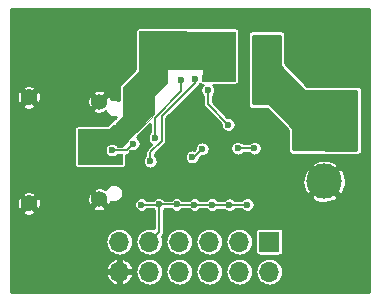
<source format=gbl>
G04 #@! TF.GenerationSoftware,KiCad,Pcbnew,5.1.4*
G04 #@! TF.CreationDate,2019-10-17T14:18:33+11:00*
G04 #@! TF.ProjectId,fabulouspide,66616275-6c6f-4757-9370-6964652e6b69,rev?*
G04 #@! TF.SameCoordinates,Original*
G04 #@! TF.FileFunction,Copper,L2,Bot*
G04 #@! TF.FilePolarity,Positive*
%FSLAX46Y46*%
G04 Gerber Fmt 4.6, Leading zero omitted, Abs format (unit mm)*
G04 Created by KiCad (PCBNEW 5.1.4) date 2019-10-17 14:18:33*
%MOMM*%
%LPD*%
G04 APERTURE LIST*
%ADD10C,1.400000*%
%ADD11C,1.360000*%
%ADD12C,0.800000*%
%ADD13C,5.400000*%
%ADD14R,1.700000X1.700000*%
%ADD15O,1.700000X1.700000*%
%ADD16R,3.000000X3.000000*%
%ADD17C,3.000000*%
%ADD18C,0.600000*%
%ADD19C,0.152400*%
%ADD20C,2.000000*%
%ADD21C,0.254000*%
%ADD22C,0.030000*%
G04 APERTURE END LIST*
D10*
X85110000Y-57410000D03*
X85110000Y-66390000D03*
D11*
X91060000Y-66030000D03*
X91060000Y-57770000D03*
D12*
X111971891Y-51558109D03*
X110540000Y-50965000D03*
X109108109Y-51558109D03*
X108515000Y-52990000D03*
X109108109Y-54421891D03*
X110540000Y-55015000D03*
X111971891Y-54421891D03*
X112565000Y-52990000D03*
D13*
X110540000Y-52990000D03*
D12*
X111971891Y-69463109D03*
X110540000Y-68870000D03*
X109108109Y-69463109D03*
X108515000Y-70895000D03*
X109108109Y-72326891D03*
X110540000Y-72920000D03*
X111971891Y-72326891D03*
X112565000Y-70895000D03*
D13*
X110540000Y-70895000D03*
D12*
X89181891Y-69463109D03*
X87750000Y-68870000D03*
X86318109Y-69463109D03*
X85725000Y-70895000D03*
X86318109Y-72326891D03*
X87750000Y-72920000D03*
X89181891Y-72326891D03*
X89775000Y-70895000D03*
D13*
X87750000Y-70895000D03*
X87750000Y-52990000D03*
D12*
X89775000Y-52990000D03*
X89181891Y-54421891D03*
X87750000Y-55015000D03*
X86318109Y-54421891D03*
X85725000Y-52990000D03*
X86318109Y-51558109D03*
X87750000Y-50965000D03*
X89181891Y-51558109D03*
D14*
X105480000Y-69620000D03*
D15*
X105480000Y-72160000D03*
X102940000Y-69620000D03*
X102940000Y-72160000D03*
X100400000Y-69620000D03*
X100400000Y-72160000D03*
X97860000Y-69620000D03*
X97860000Y-72160000D03*
X95320000Y-69620000D03*
X95320000Y-72160000D03*
X92780000Y-69620000D03*
X92780000Y-72160000D03*
D16*
X110119160Y-59436000D03*
D17*
X110119160Y-64516000D03*
D18*
X89600000Y-60500000D03*
X90300000Y-60500000D03*
X89600000Y-61200000D03*
X90300000Y-61200000D03*
X89600000Y-61900000D03*
X90300000Y-61900000D03*
X89600000Y-62600000D03*
X90300000Y-62600000D03*
X95867220Y-55986680D03*
X100802440Y-55499000D03*
X92133420Y-60639960D03*
X92130880Y-62798960D03*
X102108000Y-52324000D03*
X101346000Y-52324000D03*
X100584000Y-52324000D03*
X100584000Y-53086000D03*
X100584000Y-53848000D03*
X99141280Y-58834020D03*
X93886020Y-62133480D03*
X98521520Y-63398400D03*
X92123020Y-64457820D03*
X92130000Y-59260000D03*
X99141280Y-57985660D03*
X99141280Y-59682380D03*
X98364040Y-59682380D03*
X98364040Y-57985660D03*
X98364040Y-58834020D03*
X97599500Y-58834020D03*
X97599500Y-59682380D03*
X93939083Y-61325643D03*
X92135960Y-61874466D03*
X105250000Y-54000000D03*
X104500000Y-54000000D03*
X104500000Y-53250000D03*
X105250000Y-53250000D03*
X105250000Y-52500000D03*
X104500000Y-52500000D03*
X102813814Y-61709326D03*
X104206320Y-61706760D03*
X106883200Y-57548780D03*
X100271580Y-56791860D03*
X101983738Y-59707431D03*
X95793560Y-60845700D03*
X98031300Y-55913020D03*
X102097840Y-66497200D03*
X99123500Y-66481960D03*
X96123760Y-66464180D03*
X97622360Y-66471800D03*
X94650560Y-66489580D03*
X100624640Y-66487040D03*
X103604060Y-66484500D03*
X99793200Y-61758420D03*
X98948240Y-62448440D03*
X95384620Y-62821820D03*
X99148900Y-55885080D03*
D19*
X92560224Y-61874466D02*
X92135960Y-61874466D01*
X93390260Y-61874466D02*
X92560224Y-61874466D01*
X93939083Y-61325643D02*
X93390260Y-61874466D01*
X102813814Y-61709326D02*
X104203754Y-61709326D01*
X104203754Y-61709326D02*
X104206320Y-61706760D01*
D20*
X110119160Y-59436000D02*
X110119160Y-59286140D01*
D19*
X100271580Y-57995273D02*
X101983738Y-59707431D01*
X100271580Y-56791860D02*
X100271580Y-57995273D01*
X95793560Y-60845700D02*
X95793560Y-59115960D01*
X95793560Y-59115960D02*
X98031300Y-56878220D01*
X98031300Y-56878220D02*
X98031300Y-55913020D01*
X100634800Y-66497200D02*
X100624640Y-66487040D01*
X102097840Y-66497200D02*
X100634800Y-66497200D01*
X99128580Y-66487040D02*
X99123500Y-66481960D01*
X100624640Y-66487040D02*
X99128580Y-66487040D01*
X97632520Y-66481960D02*
X97622360Y-66471800D01*
X99123500Y-66481960D02*
X97632520Y-66481960D01*
X96098360Y-66489580D02*
X96123760Y-66464180D01*
X94650560Y-66489580D02*
X96098360Y-66489580D01*
X96131380Y-66471800D02*
X96123760Y-66464180D01*
X97622360Y-66471800D02*
X96131380Y-66471800D01*
X96123760Y-68816240D02*
X95320000Y-69620000D01*
X96123760Y-66464180D02*
X96123760Y-68816240D01*
X103604060Y-66484500D02*
X102110540Y-66484500D01*
X102110540Y-66484500D02*
X102097840Y-66497200D01*
X99103180Y-62448440D02*
X98948240Y-62448440D01*
X99793200Y-61758420D02*
X99103180Y-62448440D01*
X99148900Y-56192420D02*
X99148900Y-55885080D01*
X96354900Y-58986420D02*
X99148900Y-56192420D01*
X95384620Y-62821820D02*
X95384620Y-62062360D01*
X96354900Y-61092080D02*
X96354900Y-58986420D01*
X95384620Y-62062360D02*
X96354900Y-61092080D01*
D21*
G36*
X113919000Y-73914000D02*
G01*
X83566000Y-73914000D01*
X83566000Y-72254973D01*
X85587909Y-72254973D01*
X85587909Y-72398809D01*
X85615970Y-72539882D01*
X85671014Y-72672770D01*
X85750926Y-72792366D01*
X85852634Y-72894074D01*
X85972230Y-72973986D01*
X86105118Y-73029030D01*
X86246191Y-73057091D01*
X86390027Y-73057091D01*
X86531100Y-73029030D01*
X86663988Y-72973986D01*
X86783584Y-72894074D01*
X86829576Y-72848082D01*
X87019800Y-72848082D01*
X87019800Y-72991918D01*
X87047861Y-73132991D01*
X87102905Y-73265879D01*
X87182817Y-73385475D01*
X87284525Y-73487183D01*
X87404121Y-73567095D01*
X87537009Y-73622139D01*
X87678082Y-73650200D01*
X87821918Y-73650200D01*
X87962991Y-73622139D01*
X88095879Y-73567095D01*
X88215475Y-73487183D01*
X88317183Y-73385475D01*
X88397095Y-73265879D01*
X88452139Y-73132991D01*
X88480200Y-72991918D01*
X88480200Y-72848082D01*
X88452139Y-72707009D01*
X88397095Y-72574121D01*
X88317183Y-72454525D01*
X88215475Y-72352817D01*
X88095879Y-72272905D01*
X88052588Y-72254973D01*
X88451691Y-72254973D01*
X88451691Y-72398809D01*
X88479752Y-72539882D01*
X88534796Y-72672770D01*
X88614708Y-72792366D01*
X88716416Y-72894074D01*
X88836012Y-72973986D01*
X88968900Y-73029030D01*
X89109973Y-73057091D01*
X89253809Y-73057091D01*
X89394882Y-73029030D01*
X89527770Y-72973986D01*
X89647366Y-72894074D01*
X89749074Y-72792366D01*
X89828986Y-72672770D01*
X89884030Y-72539882D01*
X89898131Y-72468989D01*
X91640960Y-72468989D01*
X91723127Y-72685268D01*
X91845909Y-72881361D01*
X92004588Y-73049732D01*
X92193065Y-73183911D01*
X92404098Y-73278742D01*
X92471012Y-73299034D01*
X92653000Y-73250278D01*
X92653000Y-72287000D01*
X92907000Y-72287000D01*
X92907000Y-73250278D01*
X93088988Y-73299034D01*
X93155902Y-73278742D01*
X93366935Y-73183911D01*
X93555412Y-73049732D01*
X93714091Y-72881361D01*
X93836873Y-72685268D01*
X93919040Y-72468989D01*
X93870803Y-72287000D01*
X92907000Y-72287000D01*
X92653000Y-72287000D01*
X91689197Y-72287000D01*
X91640960Y-72468989D01*
X89898131Y-72468989D01*
X89912091Y-72398809D01*
X89912091Y-72254973D01*
X89893200Y-72160000D01*
X94134090Y-72160000D01*
X94156877Y-72391360D01*
X94224362Y-72613828D01*
X94333952Y-72818856D01*
X94481435Y-72998565D01*
X94661144Y-73146048D01*
X94866172Y-73255638D01*
X95088640Y-73323123D01*
X95262025Y-73340200D01*
X95377975Y-73340200D01*
X95551360Y-73323123D01*
X95773828Y-73255638D01*
X95978856Y-73146048D01*
X96158565Y-72998565D01*
X96306048Y-72818856D01*
X96415638Y-72613828D01*
X96483123Y-72391360D01*
X96505910Y-72160000D01*
X96674090Y-72160000D01*
X96696877Y-72391360D01*
X96764362Y-72613828D01*
X96873952Y-72818856D01*
X97021435Y-72998565D01*
X97201144Y-73146048D01*
X97406172Y-73255638D01*
X97628640Y-73323123D01*
X97802025Y-73340200D01*
X97917975Y-73340200D01*
X98091360Y-73323123D01*
X98313828Y-73255638D01*
X98518856Y-73146048D01*
X98698565Y-72998565D01*
X98846048Y-72818856D01*
X98955638Y-72613828D01*
X99023123Y-72391360D01*
X99045910Y-72160000D01*
X99214090Y-72160000D01*
X99236877Y-72391360D01*
X99304362Y-72613828D01*
X99413952Y-72818856D01*
X99561435Y-72998565D01*
X99741144Y-73146048D01*
X99946172Y-73255638D01*
X100168640Y-73323123D01*
X100342025Y-73340200D01*
X100457975Y-73340200D01*
X100631360Y-73323123D01*
X100853828Y-73255638D01*
X101058856Y-73146048D01*
X101238565Y-72998565D01*
X101386048Y-72818856D01*
X101495638Y-72613828D01*
X101563123Y-72391360D01*
X101585910Y-72160000D01*
X101754090Y-72160000D01*
X101776877Y-72391360D01*
X101844362Y-72613828D01*
X101953952Y-72818856D01*
X102101435Y-72998565D01*
X102281144Y-73146048D01*
X102486172Y-73255638D01*
X102708640Y-73323123D01*
X102882025Y-73340200D01*
X102997975Y-73340200D01*
X103171360Y-73323123D01*
X103393828Y-73255638D01*
X103598856Y-73146048D01*
X103778565Y-72998565D01*
X103926048Y-72818856D01*
X104035638Y-72613828D01*
X104103123Y-72391360D01*
X104125910Y-72160000D01*
X104294090Y-72160000D01*
X104316877Y-72391360D01*
X104384362Y-72613828D01*
X104493952Y-72818856D01*
X104641435Y-72998565D01*
X104821144Y-73146048D01*
X105026172Y-73255638D01*
X105248640Y-73323123D01*
X105422025Y-73340200D01*
X105537975Y-73340200D01*
X105711360Y-73323123D01*
X105933828Y-73255638D01*
X106138856Y-73146048D01*
X106318565Y-72998565D01*
X106466048Y-72818856D01*
X106575638Y-72613828D01*
X106643123Y-72391360D01*
X106656555Y-72254973D01*
X108377909Y-72254973D01*
X108377909Y-72398809D01*
X108405970Y-72539882D01*
X108461014Y-72672770D01*
X108540926Y-72792366D01*
X108642634Y-72894074D01*
X108762230Y-72973986D01*
X108895118Y-73029030D01*
X109036191Y-73057091D01*
X109180027Y-73057091D01*
X109321100Y-73029030D01*
X109453988Y-72973986D01*
X109573584Y-72894074D01*
X109619576Y-72848082D01*
X109809800Y-72848082D01*
X109809800Y-72991918D01*
X109837861Y-73132991D01*
X109892905Y-73265879D01*
X109972817Y-73385475D01*
X110074525Y-73487183D01*
X110194121Y-73567095D01*
X110327009Y-73622139D01*
X110468082Y-73650200D01*
X110611918Y-73650200D01*
X110752991Y-73622139D01*
X110885879Y-73567095D01*
X111005475Y-73487183D01*
X111107183Y-73385475D01*
X111187095Y-73265879D01*
X111242139Y-73132991D01*
X111270200Y-72991918D01*
X111270200Y-72848082D01*
X111242139Y-72707009D01*
X111187095Y-72574121D01*
X111107183Y-72454525D01*
X111005475Y-72352817D01*
X110885879Y-72272905D01*
X110842588Y-72254973D01*
X111241691Y-72254973D01*
X111241691Y-72398809D01*
X111269752Y-72539882D01*
X111324796Y-72672770D01*
X111404708Y-72792366D01*
X111506416Y-72894074D01*
X111626012Y-72973986D01*
X111758900Y-73029030D01*
X111899973Y-73057091D01*
X112043809Y-73057091D01*
X112184882Y-73029030D01*
X112317770Y-72973986D01*
X112437366Y-72894074D01*
X112539074Y-72792366D01*
X112618986Y-72672770D01*
X112674030Y-72539882D01*
X112702091Y-72398809D01*
X112702091Y-72254973D01*
X112674030Y-72113900D01*
X112618986Y-71981012D01*
X112539074Y-71861416D01*
X112437366Y-71759708D01*
X112317770Y-71679796D01*
X112184882Y-71624752D01*
X112043809Y-71596691D01*
X111899973Y-71596691D01*
X111758900Y-71624752D01*
X111626012Y-71679796D01*
X111506416Y-71759708D01*
X111404708Y-71861416D01*
X111324796Y-71981012D01*
X111269752Y-72113900D01*
X111241691Y-72254973D01*
X110842588Y-72254973D01*
X110752991Y-72217861D01*
X110611918Y-72189800D01*
X110468082Y-72189800D01*
X110327009Y-72217861D01*
X110194121Y-72272905D01*
X110074525Y-72352817D01*
X109972817Y-72454525D01*
X109892905Y-72574121D01*
X109837861Y-72707009D01*
X109809800Y-72848082D01*
X109619576Y-72848082D01*
X109675292Y-72792366D01*
X109755204Y-72672770D01*
X109810248Y-72539882D01*
X109838309Y-72398809D01*
X109838309Y-72254973D01*
X109810248Y-72113900D01*
X109755204Y-71981012D01*
X109675292Y-71861416D01*
X109573584Y-71759708D01*
X109453988Y-71679796D01*
X109321100Y-71624752D01*
X109180027Y-71596691D01*
X109036191Y-71596691D01*
X108895118Y-71624752D01*
X108762230Y-71679796D01*
X108642634Y-71759708D01*
X108540926Y-71861416D01*
X108461014Y-71981012D01*
X108405970Y-72113900D01*
X108377909Y-72254973D01*
X106656555Y-72254973D01*
X106665910Y-72160000D01*
X106643123Y-71928640D01*
X106575638Y-71706172D01*
X106466048Y-71501144D01*
X106318565Y-71321435D01*
X106138856Y-71173952D01*
X105933828Y-71064362D01*
X105711360Y-70996877D01*
X105537975Y-70979800D01*
X105422025Y-70979800D01*
X105248640Y-70996877D01*
X105026172Y-71064362D01*
X104821144Y-71173952D01*
X104641435Y-71321435D01*
X104493952Y-71501144D01*
X104384362Y-71706172D01*
X104316877Y-71928640D01*
X104294090Y-72160000D01*
X104125910Y-72160000D01*
X104103123Y-71928640D01*
X104035638Y-71706172D01*
X103926048Y-71501144D01*
X103778565Y-71321435D01*
X103598856Y-71173952D01*
X103393828Y-71064362D01*
X103171360Y-70996877D01*
X102997975Y-70979800D01*
X102882025Y-70979800D01*
X102708640Y-70996877D01*
X102486172Y-71064362D01*
X102281144Y-71173952D01*
X102101435Y-71321435D01*
X101953952Y-71501144D01*
X101844362Y-71706172D01*
X101776877Y-71928640D01*
X101754090Y-72160000D01*
X101585910Y-72160000D01*
X101563123Y-71928640D01*
X101495638Y-71706172D01*
X101386048Y-71501144D01*
X101238565Y-71321435D01*
X101058856Y-71173952D01*
X100853828Y-71064362D01*
X100631360Y-70996877D01*
X100457975Y-70979800D01*
X100342025Y-70979800D01*
X100168640Y-70996877D01*
X99946172Y-71064362D01*
X99741144Y-71173952D01*
X99561435Y-71321435D01*
X99413952Y-71501144D01*
X99304362Y-71706172D01*
X99236877Y-71928640D01*
X99214090Y-72160000D01*
X99045910Y-72160000D01*
X99023123Y-71928640D01*
X98955638Y-71706172D01*
X98846048Y-71501144D01*
X98698565Y-71321435D01*
X98518856Y-71173952D01*
X98313828Y-71064362D01*
X98091360Y-70996877D01*
X97917975Y-70979800D01*
X97802025Y-70979800D01*
X97628640Y-70996877D01*
X97406172Y-71064362D01*
X97201144Y-71173952D01*
X97021435Y-71321435D01*
X96873952Y-71501144D01*
X96764362Y-71706172D01*
X96696877Y-71928640D01*
X96674090Y-72160000D01*
X96505910Y-72160000D01*
X96483123Y-71928640D01*
X96415638Y-71706172D01*
X96306048Y-71501144D01*
X96158565Y-71321435D01*
X95978856Y-71173952D01*
X95773828Y-71064362D01*
X95551360Y-70996877D01*
X95377975Y-70979800D01*
X95262025Y-70979800D01*
X95088640Y-70996877D01*
X94866172Y-71064362D01*
X94661144Y-71173952D01*
X94481435Y-71321435D01*
X94333952Y-71501144D01*
X94224362Y-71706172D01*
X94156877Y-71928640D01*
X94134090Y-72160000D01*
X89893200Y-72160000D01*
X89884030Y-72113900D01*
X89828986Y-71981012D01*
X89749074Y-71861416D01*
X89738669Y-71851011D01*
X91640960Y-71851011D01*
X91689197Y-72033000D01*
X92653000Y-72033000D01*
X92653000Y-71069722D01*
X92907000Y-71069722D01*
X92907000Y-72033000D01*
X93870803Y-72033000D01*
X93919040Y-71851011D01*
X93836873Y-71634732D01*
X93714091Y-71438639D01*
X93555412Y-71270268D01*
X93366935Y-71136089D01*
X93155902Y-71041258D01*
X93088988Y-71020966D01*
X92907000Y-71069722D01*
X92653000Y-71069722D01*
X92471012Y-71020966D01*
X92404098Y-71041258D01*
X92193065Y-71136089D01*
X92004588Y-71270268D01*
X91845909Y-71438639D01*
X91723127Y-71634732D01*
X91640960Y-71851011D01*
X89738669Y-71851011D01*
X89647366Y-71759708D01*
X89527770Y-71679796D01*
X89394882Y-71624752D01*
X89253809Y-71596691D01*
X89109973Y-71596691D01*
X88968900Y-71624752D01*
X88836012Y-71679796D01*
X88716416Y-71759708D01*
X88614708Y-71861416D01*
X88534796Y-71981012D01*
X88479752Y-72113900D01*
X88451691Y-72254973D01*
X88052588Y-72254973D01*
X87962991Y-72217861D01*
X87821918Y-72189800D01*
X87678082Y-72189800D01*
X87537009Y-72217861D01*
X87404121Y-72272905D01*
X87284525Y-72352817D01*
X87182817Y-72454525D01*
X87102905Y-72574121D01*
X87047861Y-72707009D01*
X87019800Y-72848082D01*
X86829576Y-72848082D01*
X86885292Y-72792366D01*
X86965204Y-72672770D01*
X87020248Y-72539882D01*
X87048309Y-72398809D01*
X87048309Y-72254973D01*
X87020248Y-72113900D01*
X86965204Y-71981012D01*
X86885292Y-71861416D01*
X86783584Y-71759708D01*
X86663988Y-71679796D01*
X86531100Y-71624752D01*
X86390027Y-71596691D01*
X86246191Y-71596691D01*
X86105118Y-71624752D01*
X85972230Y-71679796D01*
X85852634Y-71759708D01*
X85750926Y-71861416D01*
X85671014Y-71981012D01*
X85615970Y-72113900D01*
X85587909Y-72254973D01*
X83566000Y-72254973D01*
X83566000Y-70823082D01*
X84994800Y-70823082D01*
X84994800Y-70966918D01*
X85022861Y-71107991D01*
X85077905Y-71240879D01*
X85157817Y-71360475D01*
X85259525Y-71462183D01*
X85379121Y-71542095D01*
X85512009Y-71597139D01*
X85653082Y-71625200D01*
X85796918Y-71625200D01*
X85937991Y-71597139D01*
X86070879Y-71542095D01*
X86190475Y-71462183D01*
X86292183Y-71360475D01*
X86372095Y-71240879D01*
X86427139Y-71107991D01*
X86455200Y-70966918D01*
X86455200Y-70823082D01*
X89044800Y-70823082D01*
X89044800Y-70966918D01*
X89072861Y-71107991D01*
X89127905Y-71240879D01*
X89207817Y-71360475D01*
X89309525Y-71462183D01*
X89429121Y-71542095D01*
X89562009Y-71597139D01*
X89703082Y-71625200D01*
X89846918Y-71625200D01*
X89987991Y-71597139D01*
X90120879Y-71542095D01*
X90240475Y-71462183D01*
X90342183Y-71360475D01*
X90422095Y-71240879D01*
X90477139Y-71107991D01*
X90505200Y-70966918D01*
X90505200Y-70823082D01*
X107784800Y-70823082D01*
X107784800Y-70966918D01*
X107812861Y-71107991D01*
X107867905Y-71240879D01*
X107947817Y-71360475D01*
X108049525Y-71462183D01*
X108169121Y-71542095D01*
X108302009Y-71597139D01*
X108443082Y-71625200D01*
X108586918Y-71625200D01*
X108727991Y-71597139D01*
X108860879Y-71542095D01*
X108980475Y-71462183D01*
X109082183Y-71360475D01*
X109162095Y-71240879D01*
X109217139Y-71107991D01*
X109245200Y-70966918D01*
X109245200Y-70823082D01*
X109217139Y-70682009D01*
X109162095Y-70549121D01*
X109082183Y-70429525D01*
X108980475Y-70327817D01*
X108860879Y-70247905D01*
X108727991Y-70192861D01*
X108586918Y-70164800D01*
X108443082Y-70164800D01*
X108302009Y-70192861D01*
X108169121Y-70247905D01*
X108049525Y-70327817D01*
X107947817Y-70429525D01*
X107867905Y-70549121D01*
X107812861Y-70682009D01*
X107784800Y-70823082D01*
X90505200Y-70823082D01*
X90477139Y-70682009D01*
X90422095Y-70549121D01*
X90342183Y-70429525D01*
X90240475Y-70327817D01*
X90120879Y-70247905D01*
X89987991Y-70192861D01*
X89846918Y-70164800D01*
X89703082Y-70164800D01*
X89562009Y-70192861D01*
X89429121Y-70247905D01*
X89309525Y-70327817D01*
X89207817Y-70429525D01*
X89127905Y-70549121D01*
X89072861Y-70682009D01*
X89044800Y-70823082D01*
X86455200Y-70823082D01*
X86427139Y-70682009D01*
X86372095Y-70549121D01*
X86292183Y-70429525D01*
X86190475Y-70327817D01*
X86070879Y-70247905D01*
X85937991Y-70192861D01*
X85796918Y-70164800D01*
X85653082Y-70164800D01*
X85512009Y-70192861D01*
X85379121Y-70247905D01*
X85259525Y-70327817D01*
X85157817Y-70429525D01*
X85077905Y-70549121D01*
X85022861Y-70682009D01*
X84994800Y-70823082D01*
X83566000Y-70823082D01*
X83566000Y-69391191D01*
X85587909Y-69391191D01*
X85587909Y-69535027D01*
X85615970Y-69676100D01*
X85671014Y-69808988D01*
X85750926Y-69928584D01*
X85852634Y-70030292D01*
X85972230Y-70110204D01*
X86105118Y-70165248D01*
X86246191Y-70193309D01*
X86390027Y-70193309D01*
X86531100Y-70165248D01*
X86663988Y-70110204D01*
X86783584Y-70030292D01*
X86885292Y-69928584D01*
X86965204Y-69808988D01*
X87020248Y-69676100D01*
X87031406Y-69620000D01*
X91594090Y-69620000D01*
X91616877Y-69851360D01*
X91684362Y-70073828D01*
X91793952Y-70278856D01*
X91941435Y-70458565D01*
X92121144Y-70606048D01*
X92326172Y-70715638D01*
X92548640Y-70783123D01*
X92722025Y-70800200D01*
X92837975Y-70800200D01*
X93011360Y-70783123D01*
X93233828Y-70715638D01*
X93438856Y-70606048D01*
X93618565Y-70458565D01*
X93766048Y-70278856D01*
X93875638Y-70073828D01*
X93943123Y-69851360D01*
X93965910Y-69620000D01*
X93943123Y-69388640D01*
X93875638Y-69166172D01*
X93766048Y-68961144D01*
X93618565Y-68781435D01*
X93438856Y-68633952D01*
X93233828Y-68524362D01*
X93011360Y-68456877D01*
X92837975Y-68439800D01*
X92722025Y-68439800D01*
X92548640Y-68456877D01*
X92326172Y-68524362D01*
X92121144Y-68633952D01*
X91941435Y-68781435D01*
X91793952Y-68961144D01*
X91684362Y-69166172D01*
X91616877Y-69388640D01*
X91594090Y-69620000D01*
X87031406Y-69620000D01*
X87048309Y-69535027D01*
X87048309Y-69391191D01*
X87020248Y-69250118D01*
X86965204Y-69117230D01*
X86885292Y-68997634D01*
X86783584Y-68895926D01*
X86663988Y-68816014D01*
X86620697Y-68798082D01*
X87019800Y-68798082D01*
X87019800Y-68941918D01*
X87047861Y-69082991D01*
X87102905Y-69215879D01*
X87182817Y-69335475D01*
X87284525Y-69437183D01*
X87404121Y-69517095D01*
X87537009Y-69572139D01*
X87678082Y-69600200D01*
X87821918Y-69600200D01*
X87962991Y-69572139D01*
X88095879Y-69517095D01*
X88215475Y-69437183D01*
X88317183Y-69335475D01*
X88397095Y-69215879D01*
X88452139Y-69082991D01*
X88480200Y-68941918D01*
X88480200Y-68798082D01*
X88452139Y-68657009D01*
X88397095Y-68524121D01*
X88317183Y-68404525D01*
X88215475Y-68302817D01*
X88095879Y-68222905D01*
X87962991Y-68167861D01*
X87821918Y-68139800D01*
X87678082Y-68139800D01*
X87537009Y-68167861D01*
X87404121Y-68222905D01*
X87284525Y-68302817D01*
X87182817Y-68404525D01*
X87102905Y-68524121D01*
X87047861Y-68657009D01*
X87019800Y-68798082D01*
X86620697Y-68798082D01*
X86531100Y-68760970D01*
X86390027Y-68732909D01*
X86246191Y-68732909D01*
X86105118Y-68760970D01*
X85972230Y-68816014D01*
X85852634Y-68895926D01*
X85750926Y-68997634D01*
X85671014Y-69117230D01*
X85615970Y-69250118D01*
X85587909Y-69391191D01*
X83566000Y-69391191D01*
X83566000Y-67147405D01*
X84532200Y-67147405D01*
X84608876Y-67295804D01*
X84795218Y-67376164D01*
X84993658Y-67418626D01*
X85196568Y-67421558D01*
X85396152Y-67384848D01*
X85584739Y-67309907D01*
X85611124Y-67295804D01*
X85687800Y-67147405D01*
X85110000Y-66569605D01*
X84532200Y-67147405D01*
X83566000Y-67147405D01*
X83566000Y-66476568D01*
X84078442Y-66476568D01*
X84115152Y-66676152D01*
X84190093Y-66864739D01*
X84204196Y-66891124D01*
X84352595Y-66967800D01*
X84930395Y-66390000D01*
X85289605Y-66390000D01*
X85867405Y-66967800D01*
X86015804Y-66891124D01*
X86066717Y-66773063D01*
X90496542Y-66773063D01*
X90570779Y-66919419D01*
X90753697Y-66997772D01*
X90948385Y-67038933D01*
X91147363Y-67041321D01*
X91342983Y-67004845D01*
X91527729Y-66930906D01*
X91549221Y-66919419D01*
X91623458Y-66773063D01*
X91060000Y-66209605D01*
X90496542Y-66773063D01*
X86066717Y-66773063D01*
X86096164Y-66704782D01*
X86138626Y-66506342D01*
X86141558Y-66303432D01*
X86107334Y-66117363D01*
X90048679Y-66117363D01*
X90085155Y-66312983D01*
X90159094Y-66497729D01*
X90170581Y-66519221D01*
X90316937Y-66593458D01*
X90880395Y-66030000D01*
X90316937Y-65466542D01*
X90170581Y-65540779D01*
X90092228Y-65723697D01*
X90051067Y-65918385D01*
X90048679Y-66117363D01*
X86107334Y-66117363D01*
X86104848Y-66103848D01*
X86029907Y-65915261D01*
X86015804Y-65888876D01*
X85867405Y-65812200D01*
X85289605Y-66390000D01*
X84930395Y-66390000D01*
X84352595Y-65812200D01*
X84204196Y-65888876D01*
X84123836Y-66075218D01*
X84081374Y-66273658D01*
X84078442Y-66476568D01*
X83566000Y-66476568D01*
X83566000Y-65632595D01*
X84532200Y-65632595D01*
X85110000Y-66210395D01*
X85687800Y-65632595D01*
X85611124Y-65484196D01*
X85424782Y-65403836D01*
X85226342Y-65361374D01*
X85023432Y-65358442D01*
X84823848Y-65395152D01*
X84635261Y-65470093D01*
X84608876Y-65484196D01*
X84532200Y-65632595D01*
X83566000Y-65632595D01*
X83566000Y-65286937D01*
X90496542Y-65286937D01*
X91060000Y-65850395D01*
X91074143Y-65836253D01*
X91253748Y-66015858D01*
X91239605Y-66030000D01*
X91803063Y-66593458D01*
X91949419Y-66519221D01*
X91988703Y-66427511D01*
X94020360Y-66427511D01*
X94020360Y-66551649D01*
X94044578Y-66673402D01*
X94092084Y-66788092D01*
X94161052Y-66891309D01*
X94248831Y-66979088D01*
X94352048Y-67048056D01*
X94466738Y-67095562D01*
X94588491Y-67119780D01*
X94712629Y-67119780D01*
X94834382Y-67095562D01*
X94949072Y-67048056D01*
X95052289Y-66979088D01*
X95135397Y-66895980D01*
X95664323Y-66895980D01*
X95717360Y-66949017D01*
X95717361Y-68507233D01*
X95551360Y-68456877D01*
X95377975Y-68439800D01*
X95262025Y-68439800D01*
X95088640Y-68456877D01*
X94866172Y-68524362D01*
X94661144Y-68633952D01*
X94481435Y-68781435D01*
X94333952Y-68961144D01*
X94224362Y-69166172D01*
X94156877Y-69388640D01*
X94134090Y-69620000D01*
X94156877Y-69851360D01*
X94224362Y-70073828D01*
X94333952Y-70278856D01*
X94481435Y-70458565D01*
X94661144Y-70606048D01*
X94866172Y-70715638D01*
X95088640Y-70783123D01*
X95262025Y-70800200D01*
X95377975Y-70800200D01*
X95551360Y-70783123D01*
X95773828Y-70715638D01*
X95978856Y-70606048D01*
X96158565Y-70458565D01*
X96306048Y-70278856D01*
X96415638Y-70073828D01*
X96483123Y-69851360D01*
X96505910Y-69620000D01*
X96674090Y-69620000D01*
X96696877Y-69851360D01*
X96764362Y-70073828D01*
X96873952Y-70278856D01*
X97021435Y-70458565D01*
X97201144Y-70606048D01*
X97406172Y-70715638D01*
X97628640Y-70783123D01*
X97802025Y-70800200D01*
X97917975Y-70800200D01*
X98091360Y-70783123D01*
X98313828Y-70715638D01*
X98518856Y-70606048D01*
X98698565Y-70458565D01*
X98846048Y-70278856D01*
X98955638Y-70073828D01*
X99023123Y-69851360D01*
X99045910Y-69620000D01*
X99214090Y-69620000D01*
X99236877Y-69851360D01*
X99304362Y-70073828D01*
X99413952Y-70278856D01*
X99561435Y-70458565D01*
X99741144Y-70606048D01*
X99946172Y-70715638D01*
X100168640Y-70783123D01*
X100342025Y-70800200D01*
X100457975Y-70800200D01*
X100631360Y-70783123D01*
X100853828Y-70715638D01*
X101058856Y-70606048D01*
X101238565Y-70458565D01*
X101386048Y-70278856D01*
X101495638Y-70073828D01*
X101563123Y-69851360D01*
X101585910Y-69620000D01*
X101754090Y-69620000D01*
X101776877Y-69851360D01*
X101844362Y-70073828D01*
X101953952Y-70278856D01*
X102101435Y-70458565D01*
X102281144Y-70606048D01*
X102486172Y-70715638D01*
X102708640Y-70783123D01*
X102882025Y-70800200D01*
X102997975Y-70800200D01*
X103171360Y-70783123D01*
X103393828Y-70715638D01*
X103598856Y-70606048D01*
X103778565Y-70458565D01*
X103926048Y-70278856D01*
X104035638Y-70073828D01*
X104103123Y-69851360D01*
X104125910Y-69620000D01*
X104103123Y-69388640D01*
X104035638Y-69166172D01*
X103926048Y-68961144D01*
X103778565Y-68781435D01*
X103764632Y-68770000D01*
X104298203Y-68770000D01*
X104298203Y-70470000D01*
X104304578Y-70534730D01*
X104323460Y-70596973D01*
X104354121Y-70654337D01*
X104395384Y-70704616D01*
X104445663Y-70745879D01*
X104503027Y-70776540D01*
X104565270Y-70795422D01*
X104630000Y-70801797D01*
X106330000Y-70801797D01*
X106394730Y-70795422D01*
X106456973Y-70776540D01*
X106514337Y-70745879D01*
X106564616Y-70704616D01*
X106605879Y-70654337D01*
X106636540Y-70596973D01*
X106655422Y-70534730D01*
X106661797Y-70470000D01*
X106661797Y-69391191D01*
X108377909Y-69391191D01*
X108377909Y-69535027D01*
X108405970Y-69676100D01*
X108461014Y-69808988D01*
X108540926Y-69928584D01*
X108642634Y-70030292D01*
X108762230Y-70110204D01*
X108895118Y-70165248D01*
X109036191Y-70193309D01*
X109180027Y-70193309D01*
X109321100Y-70165248D01*
X109453988Y-70110204D01*
X109573584Y-70030292D01*
X109675292Y-69928584D01*
X109755204Y-69808988D01*
X109810248Y-69676100D01*
X109838309Y-69535027D01*
X109838309Y-69391191D01*
X109810248Y-69250118D01*
X109755204Y-69117230D01*
X109675292Y-68997634D01*
X109573584Y-68895926D01*
X109453988Y-68816014D01*
X109410697Y-68798082D01*
X109809800Y-68798082D01*
X109809800Y-68941918D01*
X109837861Y-69082991D01*
X109892905Y-69215879D01*
X109972817Y-69335475D01*
X110074525Y-69437183D01*
X110194121Y-69517095D01*
X110327009Y-69572139D01*
X110468082Y-69600200D01*
X110611918Y-69600200D01*
X110752991Y-69572139D01*
X110885879Y-69517095D01*
X111005475Y-69437183D01*
X111051467Y-69391191D01*
X111241691Y-69391191D01*
X111241691Y-69535027D01*
X111269752Y-69676100D01*
X111324796Y-69808988D01*
X111404708Y-69928584D01*
X111506416Y-70030292D01*
X111626012Y-70110204D01*
X111758900Y-70165248D01*
X111899973Y-70193309D01*
X112043809Y-70193309D01*
X112184882Y-70165248D01*
X112317770Y-70110204D01*
X112437366Y-70030292D01*
X112539074Y-69928584D01*
X112618986Y-69808988D01*
X112674030Y-69676100D01*
X112702091Y-69535027D01*
X112702091Y-69391191D01*
X112674030Y-69250118D01*
X112618986Y-69117230D01*
X112539074Y-68997634D01*
X112437366Y-68895926D01*
X112317770Y-68816014D01*
X112184882Y-68760970D01*
X112043809Y-68732909D01*
X111899973Y-68732909D01*
X111758900Y-68760970D01*
X111626012Y-68816014D01*
X111506416Y-68895926D01*
X111404708Y-68997634D01*
X111324796Y-69117230D01*
X111269752Y-69250118D01*
X111241691Y-69391191D01*
X111051467Y-69391191D01*
X111107183Y-69335475D01*
X111187095Y-69215879D01*
X111242139Y-69082991D01*
X111270200Y-68941918D01*
X111270200Y-68798082D01*
X111242139Y-68657009D01*
X111187095Y-68524121D01*
X111107183Y-68404525D01*
X111005475Y-68302817D01*
X110885879Y-68222905D01*
X110752991Y-68167861D01*
X110611918Y-68139800D01*
X110468082Y-68139800D01*
X110327009Y-68167861D01*
X110194121Y-68222905D01*
X110074525Y-68302817D01*
X109972817Y-68404525D01*
X109892905Y-68524121D01*
X109837861Y-68657009D01*
X109809800Y-68798082D01*
X109410697Y-68798082D01*
X109321100Y-68760970D01*
X109180027Y-68732909D01*
X109036191Y-68732909D01*
X108895118Y-68760970D01*
X108762230Y-68816014D01*
X108642634Y-68895926D01*
X108540926Y-68997634D01*
X108461014Y-69117230D01*
X108405970Y-69250118D01*
X108377909Y-69391191D01*
X106661797Y-69391191D01*
X106661797Y-68770000D01*
X106655422Y-68705270D01*
X106636540Y-68643027D01*
X106605879Y-68585663D01*
X106564616Y-68535384D01*
X106514337Y-68494121D01*
X106456973Y-68463460D01*
X106394730Y-68444578D01*
X106330000Y-68438203D01*
X104630000Y-68438203D01*
X104565270Y-68444578D01*
X104503027Y-68463460D01*
X104445663Y-68494121D01*
X104395384Y-68535384D01*
X104354121Y-68585663D01*
X104323460Y-68643027D01*
X104304578Y-68705270D01*
X104298203Y-68770000D01*
X103764632Y-68770000D01*
X103598856Y-68633952D01*
X103393828Y-68524362D01*
X103171360Y-68456877D01*
X102997975Y-68439800D01*
X102882025Y-68439800D01*
X102708640Y-68456877D01*
X102486172Y-68524362D01*
X102281144Y-68633952D01*
X102101435Y-68781435D01*
X101953952Y-68961144D01*
X101844362Y-69166172D01*
X101776877Y-69388640D01*
X101754090Y-69620000D01*
X101585910Y-69620000D01*
X101563123Y-69388640D01*
X101495638Y-69166172D01*
X101386048Y-68961144D01*
X101238565Y-68781435D01*
X101058856Y-68633952D01*
X100853828Y-68524362D01*
X100631360Y-68456877D01*
X100457975Y-68439800D01*
X100342025Y-68439800D01*
X100168640Y-68456877D01*
X99946172Y-68524362D01*
X99741144Y-68633952D01*
X99561435Y-68781435D01*
X99413952Y-68961144D01*
X99304362Y-69166172D01*
X99236877Y-69388640D01*
X99214090Y-69620000D01*
X99045910Y-69620000D01*
X99023123Y-69388640D01*
X98955638Y-69166172D01*
X98846048Y-68961144D01*
X98698565Y-68781435D01*
X98518856Y-68633952D01*
X98313828Y-68524362D01*
X98091360Y-68456877D01*
X97917975Y-68439800D01*
X97802025Y-68439800D01*
X97628640Y-68456877D01*
X97406172Y-68524362D01*
X97201144Y-68633952D01*
X97021435Y-68781435D01*
X96873952Y-68961144D01*
X96764362Y-69166172D01*
X96696877Y-69388640D01*
X96674090Y-69620000D01*
X96505910Y-69620000D01*
X96483123Y-69388640D01*
X96415638Y-69166172D01*
X96392274Y-69122462D01*
X96397014Y-69117722D01*
X96412518Y-69104998D01*
X96463304Y-69043116D01*
X96501041Y-68972515D01*
X96524279Y-68895908D01*
X96530160Y-68836200D01*
X96530160Y-68836194D01*
X96532125Y-68816241D01*
X96530160Y-68796288D01*
X96530160Y-66949017D01*
X96600977Y-66878200D01*
X97137523Y-66878200D01*
X97220631Y-66961308D01*
X97323848Y-67030276D01*
X97438538Y-67077782D01*
X97560291Y-67102000D01*
X97684429Y-67102000D01*
X97806182Y-67077782D01*
X97920872Y-67030276D01*
X98024089Y-66961308D01*
X98097037Y-66888360D01*
X98638663Y-66888360D01*
X98721771Y-66971468D01*
X98824988Y-67040436D01*
X98939678Y-67087942D01*
X99061431Y-67112160D01*
X99185569Y-67112160D01*
X99307322Y-67087942D01*
X99422012Y-67040436D01*
X99525229Y-66971468D01*
X99603257Y-66893440D01*
X100139803Y-66893440D01*
X100222911Y-66976548D01*
X100326128Y-67045516D01*
X100440818Y-67093022D01*
X100562571Y-67117240D01*
X100686709Y-67117240D01*
X100808462Y-67093022D01*
X100923152Y-67045516D01*
X101026369Y-66976548D01*
X101099317Y-66903600D01*
X101613003Y-66903600D01*
X101696111Y-66986708D01*
X101799328Y-67055676D01*
X101914018Y-67103182D01*
X102035771Y-67127400D01*
X102159909Y-67127400D01*
X102281662Y-67103182D01*
X102396352Y-67055676D01*
X102499569Y-66986708D01*
X102587348Y-66898929D01*
X102592713Y-66890900D01*
X103119223Y-66890900D01*
X103202331Y-66974008D01*
X103305548Y-67042976D01*
X103420238Y-67090482D01*
X103541991Y-67114700D01*
X103666129Y-67114700D01*
X103787882Y-67090482D01*
X103902572Y-67042976D01*
X104005789Y-66974008D01*
X104093568Y-66886229D01*
X104162536Y-66783012D01*
X104210042Y-66668322D01*
X104234260Y-66546569D01*
X104234260Y-66422431D01*
X104210042Y-66300678D01*
X104162536Y-66185988D01*
X104093568Y-66082771D01*
X104005789Y-65994992D01*
X103902572Y-65926024D01*
X103787882Y-65878518D01*
X103666129Y-65854300D01*
X103541991Y-65854300D01*
X103420238Y-65878518D01*
X103305548Y-65926024D01*
X103202331Y-65994992D01*
X103119223Y-66078100D01*
X102569977Y-66078100D01*
X102499569Y-66007692D01*
X102396352Y-65938724D01*
X102281662Y-65891218D01*
X102159909Y-65867000D01*
X102035771Y-65867000D01*
X101914018Y-65891218D01*
X101799328Y-65938724D01*
X101696111Y-66007692D01*
X101613003Y-66090800D01*
X101117816Y-66090800D01*
X101114148Y-66085311D01*
X101026369Y-65997532D01*
X100923152Y-65928564D01*
X100808462Y-65881058D01*
X100686709Y-65856840D01*
X100562571Y-65856840D01*
X100440818Y-65881058D01*
X100326128Y-65928564D01*
X100222911Y-65997532D01*
X100139803Y-66080640D01*
X99613281Y-66080640D01*
X99613008Y-66080231D01*
X99525229Y-65992452D01*
X99422012Y-65923484D01*
X99307322Y-65875978D01*
X99185569Y-65851760D01*
X99061431Y-65851760D01*
X98939678Y-65875978D01*
X98824988Y-65923484D01*
X98721771Y-65992452D01*
X98638663Y-66075560D01*
X98115536Y-66075560D01*
X98111868Y-66070071D01*
X98024089Y-65982292D01*
X97920872Y-65913324D01*
X97806182Y-65865818D01*
X97699456Y-65844589D01*
X108970176Y-65844589D01*
X109143515Y-66074924D01*
X109466393Y-66235309D01*
X109814356Y-66329621D01*
X110174033Y-66354237D01*
X110531601Y-66308211D01*
X110873319Y-66193311D01*
X111094805Y-66074924D01*
X111268144Y-65844589D01*
X110119160Y-64695605D01*
X108970176Y-65844589D01*
X97699456Y-65844589D01*
X97684429Y-65841600D01*
X97560291Y-65841600D01*
X97438538Y-65865818D01*
X97323848Y-65913324D01*
X97220631Y-65982292D01*
X97137523Y-66065400D01*
X96615238Y-66065400D01*
X96613268Y-66062451D01*
X96525489Y-65974672D01*
X96422272Y-65905704D01*
X96307582Y-65858198D01*
X96185829Y-65833980D01*
X96061691Y-65833980D01*
X95939938Y-65858198D01*
X95825248Y-65905704D01*
X95722031Y-65974672D01*
X95634252Y-66062451D01*
X95620401Y-66083180D01*
X95135397Y-66083180D01*
X95052289Y-66000072D01*
X94949072Y-65931104D01*
X94834382Y-65883598D01*
X94712629Y-65859380D01*
X94588491Y-65859380D01*
X94466738Y-65883598D01*
X94352048Y-65931104D01*
X94248831Y-66000072D01*
X94161052Y-66087851D01*
X94092084Y-66191068D01*
X94044578Y-66305758D01*
X94020360Y-66427511D01*
X91988703Y-66427511D01*
X92027772Y-66336303D01*
X92046235Y-66248975D01*
X92078719Y-66262430D01*
X92231906Y-66292900D01*
X92388094Y-66292900D01*
X92541281Y-66262430D01*
X92685579Y-66202659D01*
X92815445Y-66115886D01*
X92925886Y-66005445D01*
X93012659Y-65875579D01*
X93072430Y-65731281D01*
X93102900Y-65578094D01*
X93102900Y-65421906D01*
X93072430Y-65268719D01*
X93012659Y-65124421D01*
X92925886Y-64994555D01*
X92815445Y-64884114D01*
X92685579Y-64797341D01*
X92541281Y-64737570D01*
X92388094Y-64707100D01*
X92231906Y-64707100D01*
X92078719Y-64737570D01*
X91934421Y-64797341D01*
X91804555Y-64884114D01*
X91694114Y-64994555D01*
X91607341Y-65124421D01*
X91577530Y-65196391D01*
X91549221Y-65140581D01*
X91366303Y-65062228D01*
X91171615Y-65021067D01*
X90972637Y-65018679D01*
X90777017Y-65055155D01*
X90592271Y-65129094D01*
X90570779Y-65140581D01*
X90496542Y-65286937D01*
X83566000Y-65286937D01*
X83566000Y-64570873D01*
X108280923Y-64570873D01*
X108326949Y-64928441D01*
X108441849Y-65270159D01*
X108560236Y-65491645D01*
X108790571Y-65664984D01*
X109939555Y-64516000D01*
X110298765Y-64516000D01*
X111447749Y-65664984D01*
X111678084Y-65491645D01*
X111838469Y-65168767D01*
X111932781Y-64820804D01*
X111957397Y-64461127D01*
X111911371Y-64103559D01*
X111796471Y-63761841D01*
X111678084Y-63540355D01*
X111447749Y-63367016D01*
X110298765Y-64516000D01*
X109939555Y-64516000D01*
X108790571Y-63367016D01*
X108560236Y-63540355D01*
X108399851Y-63863233D01*
X108305539Y-64211196D01*
X108280923Y-64570873D01*
X83566000Y-64570873D01*
X83566000Y-60104020D01*
X88922860Y-60104020D01*
X88922860Y-63070740D01*
X88928944Y-63133836D01*
X88947482Y-63195856D01*
X88977762Y-63253067D01*
X89018622Y-63303272D01*
X89068492Y-63344540D01*
X89125454Y-63375287D01*
X89187320Y-63394330D01*
X89251712Y-63400937D01*
X91982968Y-63412085D01*
X92068811Y-63429160D01*
X92192949Y-63429160D01*
X92272843Y-63413268D01*
X92985512Y-63416177D01*
X93054049Y-63409272D01*
X93115829Y-63389952D01*
X93172653Y-63358951D01*
X93222337Y-63317459D01*
X93262972Y-63267072D01*
X93292996Y-63209726D01*
X93311255Y-63147624D01*
X93317048Y-63083153D01*
X93310179Y-62280866D01*
X93370307Y-62280866D01*
X93390260Y-62282831D01*
X93410213Y-62280866D01*
X93410220Y-62280866D01*
X93469928Y-62274985D01*
X93546535Y-62251747D01*
X93617136Y-62214010D01*
X93679018Y-62163224D01*
X93691742Y-62147720D01*
X93883619Y-61955843D01*
X94001152Y-61955843D01*
X94122905Y-61931625D01*
X94237595Y-61884119D01*
X94340812Y-61815151D01*
X94428591Y-61727372D01*
X94497559Y-61624155D01*
X94545065Y-61509465D01*
X94569283Y-61387712D01*
X94569283Y-61263574D01*
X94545065Y-61141821D01*
X94497559Y-61027131D01*
X94428591Y-60923914D01*
X94340812Y-60836135D01*
X94260969Y-60782785D01*
X95387161Y-59656593D01*
X95387160Y-60360863D01*
X95304052Y-60443971D01*
X95235084Y-60547188D01*
X95187578Y-60661878D01*
X95163360Y-60783631D01*
X95163360Y-60907769D01*
X95187578Y-61029522D01*
X95235084Y-61144212D01*
X95304052Y-61247429D01*
X95391831Y-61335208D01*
X95478875Y-61393369D01*
X95111361Y-61760883D01*
X95095863Y-61773602D01*
X95083144Y-61789100D01*
X95083138Y-61789106D01*
X95069289Y-61805982D01*
X95045077Y-61835484D01*
X95030351Y-61863034D01*
X95007339Y-61906086D01*
X94984101Y-61982692D01*
X94976255Y-62062360D01*
X94978221Y-62082322D01*
X94978221Y-62336982D01*
X94895112Y-62420091D01*
X94826144Y-62523308D01*
X94778638Y-62637998D01*
X94754420Y-62759751D01*
X94754420Y-62883889D01*
X94778638Y-63005642D01*
X94826144Y-63120332D01*
X94895112Y-63223549D01*
X94982891Y-63311328D01*
X95086108Y-63380296D01*
X95200798Y-63427802D01*
X95322551Y-63452020D01*
X95446689Y-63452020D01*
X95568442Y-63427802D01*
X95683132Y-63380296D01*
X95786349Y-63311328D01*
X95874128Y-63223549D01*
X95898274Y-63187411D01*
X108970176Y-63187411D01*
X110119160Y-64336395D01*
X111268144Y-63187411D01*
X111094805Y-62957076D01*
X110771927Y-62796691D01*
X110423964Y-62702379D01*
X110064287Y-62677763D01*
X109706719Y-62723789D01*
X109365001Y-62838689D01*
X109143515Y-62957076D01*
X108970176Y-63187411D01*
X95898274Y-63187411D01*
X95943096Y-63120332D01*
X95990602Y-63005642D01*
X96014820Y-62883889D01*
X96014820Y-62759751D01*
X95990602Y-62637998D01*
X95943096Y-62523308D01*
X95874128Y-62420091D01*
X95840408Y-62386371D01*
X98318040Y-62386371D01*
X98318040Y-62510509D01*
X98342258Y-62632262D01*
X98389764Y-62746952D01*
X98458732Y-62850169D01*
X98546511Y-62937948D01*
X98649728Y-63006916D01*
X98764418Y-63054422D01*
X98886171Y-63078640D01*
X99010309Y-63078640D01*
X99132062Y-63054422D01*
X99246752Y-63006916D01*
X99349969Y-62937948D01*
X99437748Y-62850169D01*
X99506716Y-62746952D01*
X99554222Y-62632262D01*
X99569152Y-62557205D01*
X99737737Y-62388620D01*
X99855269Y-62388620D01*
X99977022Y-62364402D01*
X100091712Y-62316896D01*
X100194929Y-62247928D01*
X100282708Y-62160149D01*
X100351676Y-62056932D01*
X100399182Y-61942242D01*
X100423400Y-61820489D01*
X100423400Y-61696351D01*
X100413635Y-61647257D01*
X102183614Y-61647257D01*
X102183614Y-61771395D01*
X102207832Y-61893148D01*
X102255338Y-62007838D01*
X102324306Y-62111055D01*
X102412085Y-62198834D01*
X102515302Y-62267802D01*
X102629992Y-62315308D01*
X102751745Y-62339526D01*
X102875883Y-62339526D01*
X102997636Y-62315308D01*
X103112326Y-62267802D01*
X103215543Y-62198834D01*
X103298651Y-62115726D01*
X103724049Y-62115726D01*
X103804591Y-62196268D01*
X103907808Y-62265236D01*
X104022498Y-62312742D01*
X104144251Y-62336960D01*
X104268389Y-62336960D01*
X104390142Y-62312742D01*
X104504832Y-62265236D01*
X104608049Y-62196268D01*
X104695828Y-62108489D01*
X104764796Y-62005272D01*
X104812302Y-61890582D01*
X104836520Y-61768829D01*
X104836520Y-61644691D01*
X104812302Y-61522938D01*
X104764796Y-61408248D01*
X104695828Y-61305031D01*
X104608049Y-61217252D01*
X104504832Y-61148284D01*
X104390142Y-61100778D01*
X104268389Y-61076560D01*
X104144251Y-61076560D01*
X104022498Y-61100778D01*
X103907808Y-61148284D01*
X103804591Y-61217252D01*
X103718917Y-61302926D01*
X103298651Y-61302926D01*
X103215543Y-61219818D01*
X103112326Y-61150850D01*
X102997636Y-61103344D01*
X102875883Y-61079126D01*
X102751745Y-61079126D01*
X102629992Y-61103344D01*
X102515302Y-61150850D01*
X102412085Y-61219818D01*
X102324306Y-61307597D01*
X102255338Y-61410814D01*
X102207832Y-61525504D01*
X102183614Y-61647257D01*
X100413635Y-61647257D01*
X100399182Y-61574598D01*
X100351676Y-61459908D01*
X100282708Y-61356691D01*
X100194929Y-61268912D01*
X100091712Y-61199944D01*
X99977022Y-61152438D01*
X99855269Y-61128220D01*
X99731131Y-61128220D01*
X99609378Y-61152438D01*
X99494688Y-61199944D01*
X99391471Y-61268912D01*
X99303692Y-61356691D01*
X99234724Y-61459908D01*
X99187218Y-61574598D01*
X99163000Y-61696351D01*
X99163000Y-61813883D01*
X99133733Y-61843150D01*
X99132062Y-61842458D01*
X99010309Y-61818240D01*
X98886171Y-61818240D01*
X98764418Y-61842458D01*
X98649728Y-61889964D01*
X98546511Y-61958932D01*
X98458732Y-62046711D01*
X98389764Y-62149928D01*
X98342258Y-62264618D01*
X98318040Y-62386371D01*
X95840408Y-62386371D01*
X95791020Y-62336983D01*
X95791020Y-62230696D01*
X96628155Y-61393561D01*
X96643658Y-61380838D01*
X96694444Y-61318956D01*
X96732181Y-61248355D01*
X96755419Y-61171748D01*
X96755531Y-61170616D01*
X96758131Y-61144212D01*
X96761300Y-61112040D01*
X96761300Y-61112034D01*
X96763265Y-61092081D01*
X96761300Y-61072128D01*
X96761300Y-59154756D01*
X99422161Y-56493896D01*
X99437658Y-56481178D01*
X99450377Y-56465680D01*
X99450382Y-56465675D01*
X99473750Y-56437200D01*
X99488444Y-56419296D01*
X99491069Y-56414385D01*
X99550629Y-56374588D01*
X99630533Y-56294684D01*
X99674706Y-56317937D01*
X99736767Y-56336335D01*
X99801224Y-56342273D01*
X99830112Y-56342091D01*
X99782072Y-56390131D01*
X99713104Y-56493348D01*
X99665598Y-56608038D01*
X99641380Y-56729791D01*
X99641380Y-56853929D01*
X99665598Y-56975682D01*
X99713104Y-57090372D01*
X99782072Y-57193589D01*
X99865180Y-57276697D01*
X99865181Y-57975311D01*
X99863215Y-57995273D01*
X99871061Y-58074941D01*
X99894299Y-58151547D01*
X99906711Y-58174768D01*
X99932037Y-58222149D01*
X99949129Y-58242975D01*
X99970098Y-58268527D01*
X99970104Y-58268533D01*
X99982823Y-58284031D01*
X99998321Y-58296750D01*
X101353538Y-59651968D01*
X101353538Y-59769500D01*
X101377756Y-59891253D01*
X101425262Y-60005943D01*
X101494230Y-60109160D01*
X101582009Y-60196939D01*
X101685226Y-60265907D01*
X101799916Y-60313413D01*
X101921669Y-60337631D01*
X102045807Y-60337631D01*
X102167560Y-60313413D01*
X102282250Y-60265907D01*
X102385467Y-60196939D01*
X102473246Y-60109160D01*
X102542214Y-60005943D01*
X102589720Y-59891253D01*
X102613938Y-59769500D01*
X102613938Y-59645362D01*
X102589720Y-59523609D01*
X102542214Y-59408919D01*
X102473246Y-59305702D01*
X102385467Y-59217923D01*
X102282250Y-59148955D01*
X102167560Y-59101449D01*
X102045807Y-59077231D01*
X101928275Y-59077231D01*
X100677980Y-57826937D01*
X100677980Y-57276697D01*
X100761088Y-57193589D01*
X100830056Y-57090372D01*
X100877562Y-56975682D01*
X100901780Y-56853929D01*
X100901780Y-56729791D01*
X100877562Y-56608038D01*
X100830056Y-56493348D01*
X100761088Y-56390131D01*
X100707510Y-56336553D01*
X102618084Y-56324493D01*
X102680419Y-56318155D01*
X102742362Y-56299365D01*
X102799449Y-56268851D01*
X102849487Y-56227787D01*
X102890551Y-56177749D01*
X102921065Y-56120662D01*
X102939855Y-56058719D01*
X102946200Y-55994300D01*
X102946200Y-52054760D01*
X103657400Y-52054760D01*
X103657400Y-58051700D01*
X103663745Y-58116119D01*
X103682535Y-58178062D01*
X103713049Y-58235149D01*
X103754113Y-58285187D01*
X103804151Y-58326251D01*
X103861238Y-58356765D01*
X103923181Y-58375555D01*
X103987600Y-58381900D01*
X105292143Y-58381900D01*
X107025438Y-60187039D01*
X107047465Y-61927628D01*
X107053390Y-61985856D01*
X107071795Y-62047914D01*
X107101953Y-62105190D01*
X107142706Y-62155482D01*
X107192488Y-62196856D01*
X107249384Y-62227724D01*
X107311209Y-62246899D01*
X107375588Y-62253644D01*
X112972069Y-62288414D01*
X113038460Y-62282091D01*
X113100408Y-62263316D01*
X113157502Y-62232816D01*
X113207550Y-62191764D01*
X113248627Y-62141736D01*
X113279154Y-62084656D01*
X113297960Y-62022718D01*
X113304320Y-61958300D01*
X113305590Y-56742452D01*
X113299191Y-56677678D01*
X113280348Y-56615751D01*
X113249786Y-56558690D01*
X113208678Y-56508687D01*
X113158606Y-56467665D01*
X113101493Y-56437200D01*
X113039534Y-56418462D01*
X112975110Y-56412172D01*
X108673338Y-56415822D01*
X107237771Y-54943082D01*
X109809800Y-54943082D01*
X109809800Y-55086918D01*
X109837861Y-55227991D01*
X109892905Y-55360879D01*
X109972817Y-55480475D01*
X110074525Y-55582183D01*
X110194121Y-55662095D01*
X110327009Y-55717139D01*
X110468082Y-55745200D01*
X110611918Y-55745200D01*
X110752991Y-55717139D01*
X110885879Y-55662095D01*
X111005475Y-55582183D01*
X111107183Y-55480475D01*
X111187095Y-55360879D01*
X111242139Y-55227991D01*
X111270200Y-55086918D01*
X111270200Y-54943082D01*
X111242139Y-54802009D01*
X111187095Y-54669121D01*
X111107183Y-54549525D01*
X111005475Y-54447817D01*
X110885879Y-54367905D01*
X110842588Y-54349973D01*
X111241691Y-54349973D01*
X111241691Y-54493809D01*
X111269752Y-54634882D01*
X111324796Y-54767770D01*
X111404708Y-54887366D01*
X111506416Y-54989074D01*
X111626012Y-55068986D01*
X111758900Y-55124030D01*
X111899973Y-55152091D01*
X112043809Y-55152091D01*
X112184882Y-55124030D01*
X112317770Y-55068986D01*
X112437366Y-54989074D01*
X112539074Y-54887366D01*
X112618986Y-54767770D01*
X112674030Y-54634882D01*
X112702091Y-54493809D01*
X112702091Y-54349973D01*
X112674030Y-54208900D01*
X112618986Y-54076012D01*
X112539074Y-53956416D01*
X112437366Y-53854708D01*
X112317770Y-53774796D01*
X112184882Y-53719752D01*
X112043809Y-53691691D01*
X111899973Y-53691691D01*
X111758900Y-53719752D01*
X111626012Y-53774796D01*
X111506416Y-53854708D01*
X111404708Y-53956416D01*
X111324796Y-54076012D01*
X111269752Y-54208900D01*
X111241691Y-54349973D01*
X110842588Y-54349973D01*
X110752991Y-54312861D01*
X110611918Y-54284800D01*
X110468082Y-54284800D01*
X110327009Y-54312861D01*
X110194121Y-54367905D01*
X110074525Y-54447817D01*
X109972817Y-54549525D01*
X109892905Y-54669121D01*
X109837861Y-54802009D01*
X109809800Y-54943082D01*
X107237771Y-54943082D01*
X106804460Y-54498552D01*
X106804460Y-52918082D01*
X107784800Y-52918082D01*
X107784800Y-53061918D01*
X107812861Y-53202991D01*
X107867905Y-53335879D01*
X107947817Y-53455475D01*
X108049525Y-53557183D01*
X108169121Y-53637095D01*
X108302009Y-53692139D01*
X108443082Y-53720200D01*
X108586918Y-53720200D01*
X108727991Y-53692139D01*
X108860879Y-53637095D01*
X108980475Y-53557183D01*
X109082183Y-53455475D01*
X109162095Y-53335879D01*
X109217139Y-53202991D01*
X109245200Y-53061918D01*
X109245200Y-52918082D01*
X111834800Y-52918082D01*
X111834800Y-53061918D01*
X111862861Y-53202991D01*
X111917905Y-53335879D01*
X111997817Y-53455475D01*
X112099525Y-53557183D01*
X112219121Y-53637095D01*
X112352009Y-53692139D01*
X112493082Y-53720200D01*
X112636918Y-53720200D01*
X112777991Y-53692139D01*
X112910879Y-53637095D01*
X113030475Y-53557183D01*
X113132183Y-53455475D01*
X113212095Y-53335879D01*
X113267139Y-53202991D01*
X113295200Y-53061918D01*
X113295200Y-52918082D01*
X113267139Y-52777009D01*
X113212095Y-52644121D01*
X113132183Y-52524525D01*
X113030475Y-52422817D01*
X112910879Y-52342905D01*
X112777991Y-52287861D01*
X112636918Y-52259800D01*
X112493082Y-52259800D01*
X112352009Y-52287861D01*
X112219121Y-52342905D01*
X112099525Y-52422817D01*
X111997817Y-52524525D01*
X111917905Y-52644121D01*
X111862861Y-52777009D01*
X111834800Y-52918082D01*
X109245200Y-52918082D01*
X109217139Y-52777009D01*
X109162095Y-52644121D01*
X109082183Y-52524525D01*
X108980475Y-52422817D01*
X108860879Y-52342905D01*
X108727991Y-52287861D01*
X108586918Y-52259800D01*
X108443082Y-52259800D01*
X108302009Y-52287861D01*
X108169121Y-52342905D01*
X108049525Y-52422817D01*
X107947817Y-52524525D01*
X107867905Y-52644121D01*
X107812861Y-52777009D01*
X107784800Y-52918082D01*
X106804460Y-52918082D01*
X106804460Y-52054760D01*
X106798115Y-51990341D01*
X106779325Y-51928398D01*
X106748811Y-51871311D01*
X106707747Y-51821273D01*
X106657709Y-51780209D01*
X106600622Y-51749695D01*
X106538679Y-51730905D01*
X106474260Y-51724560D01*
X103987600Y-51724560D01*
X103923181Y-51730905D01*
X103861238Y-51749695D01*
X103804151Y-51780209D01*
X103754113Y-51821273D01*
X103713049Y-51871311D01*
X103682535Y-51928398D01*
X103663745Y-51990341D01*
X103657400Y-52054760D01*
X102946200Y-52054760D01*
X102946200Y-51817270D01*
X102939875Y-51752952D01*
X102921104Y-51691003D01*
X102890608Y-51633906D01*
X102849559Y-51583856D01*
X102799534Y-51542776D01*
X102742457Y-51512244D01*
X102680519Y-51493435D01*
X102616102Y-51487070D01*
X99783964Y-51486191D01*
X108377909Y-51486191D01*
X108377909Y-51630027D01*
X108405970Y-51771100D01*
X108461014Y-51903988D01*
X108540926Y-52023584D01*
X108642634Y-52125292D01*
X108762230Y-52205204D01*
X108895118Y-52260248D01*
X109036191Y-52288309D01*
X109180027Y-52288309D01*
X109321100Y-52260248D01*
X109453988Y-52205204D01*
X109573584Y-52125292D01*
X109675292Y-52023584D01*
X109755204Y-51903988D01*
X109810248Y-51771100D01*
X109838309Y-51630027D01*
X109838309Y-51486191D01*
X109810248Y-51345118D01*
X109755204Y-51212230D01*
X109675292Y-51092634D01*
X109573584Y-50990926D01*
X109453988Y-50911014D01*
X109410697Y-50893082D01*
X109809800Y-50893082D01*
X109809800Y-51036918D01*
X109837861Y-51177991D01*
X109892905Y-51310879D01*
X109972817Y-51430475D01*
X110074525Y-51532183D01*
X110194121Y-51612095D01*
X110327009Y-51667139D01*
X110468082Y-51695200D01*
X110611918Y-51695200D01*
X110752991Y-51667139D01*
X110885879Y-51612095D01*
X111005475Y-51532183D01*
X111051467Y-51486191D01*
X111241691Y-51486191D01*
X111241691Y-51630027D01*
X111269752Y-51771100D01*
X111324796Y-51903988D01*
X111404708Y-52023584D01*
X111506416Y-52125292D01*
X111626012Y-52205204D01*
X111758900Y-52260248D01*
X111899973Y-52288309D01*
X112043809Y-52288309D01*
X112184882Y-52260248D01*
X112317770Y-52205204D01*
X112437366Y-52125292D01*
X112539074Y-52023584D01*
X112618986Y-51903988D01*
X112674030Y-51771100D01*
X112702091Y-51630027D01*
X112702091Y-51486191D01*
X112674030Y-51345118D01*
X112618986Y-51212230D01*
X112539074Y-51092634D01*
X112437366Y-50990926D01*
X112317770Y-50911014D01*
X112184882Y-50855970D01*
X112043809Y-50827909D01*
X111899973Y-50827909D01*
X111758900Y-50855970D01*
X111626012Y-50911014D01*
X111506416Y-50990926D01*
X111404708Y-51092634D01*
X111324796Y-51212230D01*
X111269752Y-51345118D01*
X111241691Y-51486191D01*
X111051467Y-51486191D01*
X111107183Y-51430475D01*
X111187095Y-51310879D01*
X111242139Y-51177991D01*
X111270200Y-51036918D01*
X111270200Y-50893082D01*
X111242139Y-50752009D01*
X111187095Y-50619121D01*
X111107183Y-50499525D01*
X111005475Y-50397817D01*
X110885879Y-50317905D01*
X110752991Y-50262861D01*
X110611918Y-50234800D01*
X110468082Y-50234800D01*
X110327009Y-50262861D01*
X110194121Y-50317905D01*
X110074525Y-50397817D01*
X109972817Y-50499525D01*
X109892905Y-50619121D01*
X109837861Y-50752009D01*
X109809800Y-50893082D01*
X109410697Y-50893082D01*
X109321100Y-50855970D01*
X109180027Y-50827909D01*
X109036191Y-50827909D01*
X108895118Y-50855970D01*
X108762230Y-50911014D01*
X108642634Y-50990926D01*
X108540926Y-51092634D01*
X108461014Y-51212230D01*
X108405970Y-51345118D01*
X108377909Y-51486191D01*
X99783964Y-51486191D01*
X94432222Y-51484530D01*
X94367701Y-51490875D01*
X94305758Y-51509665D01*
X94248671Y-51540179D01*
X94198633Y-51581243D01*
X94157569Y-51631281D01*
X94127055Y-51688368D01*
X94108265Y-51750311D01*
X94101920Y-51814730D01*
X94101920Y-55004086D01*
X92821953Y-56284053D01*
X92780889Y-56334091D01*
X92750375Y-56391178D01*
X92731585Y-56453121D01*
X92725240Y-56517540D01*
X92725240Y-57623841D01*
X92685579Y-57597341D01*
X92541281Y-57537570D01*
X92388094Y-57507100D01*
X92231906Y-57507100D01*
X92078719Y-57537570D01*
X92046741Y-57550816D01*
X92034845Y-57487017D01*
X91960906Y-57302271D01*
X91949419Y-57280779D01*
X91803063Y-57206542D01*
X91239605Y-57770000D01*
X91253748Y-57784143D01*
X91074143Y-57963748D01*
X91060000Y-57949605D01*
X90496542Y-58513063D01*
X90570779Y-58659419D01*
X90753697Y-58737772D01*
X90948385Y-58778933D01*
X91147363Y-58781321D01*
X91342983Y-58744845D01*
X91527729Y-58670906D01*
X91549221Y-58659419D01*
X91577530Y-58603609D01*
X91607341Y-58675579D01*
X91694114Y-58805445D01*
X91804555Y-58915886D01*
X91934421Y-59002659D01*
X92078719Y-59062430D01*
X92231906Y-59092900D01*
X92388094Y-59092900D01*
X92467251Y-59077155D01*
X91770586Y-59773820D01*
X89253060Y-59773820D01*
X89188641Y-59780165D01*
X89126698Y-59798955D01*
X89069611Y-59829469D01*
X89019573Y-59870533D01*
X88978509Y-59920571D01*
X88947995Y-59977658D01*
X88929205Y-60039601D01*
X88922860Y-60104020D01*
X83566000Y-60104020D01*
X83566000Y-58167405D01*
X84532200Y-58167405D01*
X84608876Y-58315804D01*
X84795218Y-58396164D01*
X84993658Y-58438626D01*
X85196568Y-58441558D01*
X85396152Y-58404848D01*
X85584739Y-58329907D01*
X85611124Y-58315804D01*
X85687800Y-58167405D01*
X85110000Y-57589605D01*
X84532200Y-58167405D01*
X83566000Y-58167405D01*
X83566000Y-57496568D01*
X84078442Y-57496568D01*
X84115152Y-57696152D01*
X84190093Y-57884739D01*
X84204196Y-57911124D01*
X84352595Y-57987800D01*
X84930395Y-57410000D01*
X85289605Y-57410000D01*
X85867405Y-57987800D01*
X86015804Y-57911124D01*
X86038988Y-57857363D01*
X90048679Y-57857363D01*
X90085155Y-58052983D01*
X90159094Y-58237729D01*
X90170581Y-58259221D01*
X90316937Y-58333458D01*
X90880395Y-57770000D01*
X90316937Y-57206542D01*
X90170581Y-57280779D01*
X90092228Y-57463697D01*
X90051067Y-57658385D01*
X90048679Y-57857363D01*
X86038988Y-57857363D01*
X86096164Y-57724782D01*
X86138626Y-57526342D01*
X86141558Y-57323432D01*
X86104848Y-57123848D01*
X86066338Y-57026937D01*
X90496542Y-57026937D01*
X91060000Y-57590395D01*
X91623458Y-57026937D01*
X91549221Y-56880581D01*
X91366303Y-56802228D01*
X91171615Y-56761067D01*
X90972637Y-56758679D01*
X90777017Y-56795155D01*
X90592271Y-56869094D01*
X90570779Y-56880581D01*
X90496542Y-57026937D01*
X86066338Y-57026937D01*
X86029907Y-56935261D01*
X86015804Y-56908876D01*
X85867405Y-56832200D01*
X85289605Y-57410000D01*
X84930395Y-57410000D01*
X84352595Y-56832200D01*
X84204196Y-56908876D01*
X84123836Y-57095218D01*
X84081374Y-57293658D01*
X84078442Y-57496568D01*
X83566000Y-57496568D01*
X83566000Y-56652595D01*
X84532200Y-56652595D01*
X85110000Y-57230395D01*
X85687800Y-56652595D01*
X85611124Y-56504196D01*
X85424782Y-56423836D01*
X85226342Y-56381374D01*
X85023432Y-56378442D01*
X84823848Y-56415152D01*
X84635261Y-56490093D01*
X84608876Y-56504196D01*
X84532200Y-56652595D01*
X83566000Y-56652595D01*
X83566000Y-54349973D01*
X85587909Y-54349973D01*
X85587909Y-54493809D01*
X85615970Y-54634882D01*
X85671014Y-54767770D01*
X85750926Y-54887366D01*
X85852634Y-54989074D01*
X85972230Y-55068986D01*
X86105118Y-55124030D01*
X86246191Y-55152091D01*
X86390027Y-55152091D01*
X86531100Y-55124030D01*
X86663988Y-55068986D01*
X86783584Y-54989074D01*
X86829576Y-54943082D01*
X87019800Y-54943082D01*
X87019800Y-55086918D01*
X87047861Y-55227991D01*
X87102905Y-55360879D01*
X87182817Y-55480475D01*
X87284525Y-55582183D01*
X87404121Y-55662095D01*
X87537009Y-55717139D01*
X87678082Y-55745200D01*
X87821918Y-55745200D01*
X87962991Y-55717139D01*
X88095879Y-55662095D01*
X88215475Y-55582183D01*
X88317183Y-55480475D01*
X88397095Y-55360879D01*
X88452139Y-55227991D01*
X88480200Y-55086918D01*
X88480200Y-54943082D01*
X88452139Y-54802009D01*
X88397095Y-54669121D01*
X88317183Y-54549525D01*
X88215475Y-54447817D01*
X88095879Y-54367905D01*
X88052588Y-54349973D01*
X88451691Y-54349973D01*
X88451691Y-54493809D01*
X88479752Y-54634882D01*
X88534796Y-54767770D01*
X88614708Y-54887366D01*
X88716416Y-54989074D01*
X88836012Y-55068986D01*
X88968900Y-55124030D01*
X89109973Y-55152091D01*
X89253809Y-55152091D01*
X89394882Y-55124030D01*
X89527770Y-55068986D01*
X89647366Y-54989074D01*
X89749074Y-54887366D01*
X89828986Y-54767770D01*
X89884030Y-54634882D01*
X89912091Y-54493809D01*
X89912091Y-54349973D01*
X89884030Y-54208900D01*
X89828986Y-54076012D01*
X89749074Y-53956416D01*
X89647366Y-53854708D01*
X89527770Y-53774796D01*
X89394882Y-53719752D01*
X89253809Y-53691691D01*
X89109973Y-53691691D01*
X88968900Y-53719752D01*
X88836012Y-53774796D01*
X88716416Y-53854708D01*
X88614708Y-53956416D01*
X88534796Y-54076012D01*
X88479752Y-54208900D01*
X88451691Y-54349973D01*
X88052588Y-54349973D01*
X87962991Y-54312861D01*
X87821918Y-54284800D01*
X87678082Y-54284800D01*
X87537009Y-54312861D01*
X87404121Y-54367905D01*
X87284525Y-54447817D01*
X87182817Y-54549525D01*
X87102905Y-54669121D01*
X87047861Y-54802009D01*
X87019800Y-54943082D01*
X86829576Y-54943082D01*
X86885292Y-54887366D01*
X86965204Y-54767770D01*
X87020248Y-54634882D01*
X87048309Y-54493809D01*
X87048309Y-54349973D01*
X87020248Y-54208900D01*
X86965204Y-54076012D01*
X86885292Y-53956416D01*
X86783584Y-53854708D01*
X86663988Y-53774796D01*
X86531100Y-53719752D01*
X86390027Y-53691691D01*
X86246191Y-53691691D01*
X86105118Y-53719752D01*
X85972230Y-53774796D01*
X85852634Y-53854708D01*
X85750926Y-53956416D01*
X85671014Y-54076012D01*
X85615970Y-54208900D01*
X85587909Y-54349973D01*
X83566000Y-54349973D01*
X83566000Y-52918082D01*
X84994800Y-52918082D01*
X84994800Y-53061918D01*
X85022861Y-53202991D01*
X85077905Y-53335879D01*
X85157817Y-53455475D01*
X85259525Y-53557183D01*
X85379121Y-53637095D01*
X85512009Y-53692139D01*
X85653082Y-53720200D01*
X85796918Y-53720200D01*
X85937991Y-53692139D01*
X86070879Y-53637095D01*
X86190475Y-53557183D01*
X86292183Y-53455475D01*
X86372095Y-53335879D01*
X86427139Y-53202991D01*
X86455200Y-53061918D01*
X86455200Y-52918082D01*
X86427139Y-52777009D01*
X86372095Y-52644121D01*
X86292183Y-52524525D01*
X86190475Y-52422817D01*
X86070879Y-52342905D01*
X85937991Y-52287861D01*
X85796918Y-52259800D01*
X85653082Y-52259800D01*
X85512009Y-52287861D01*
X85379121Y-52342905D01*
X85259525Y-52422817D01*
X85157817Y-52524525D01*
X85077905Y-52644121D01*
X85022861Y-52777009D01*
X84994800Y-52918082D01*
X83566000Y-52918082D01*
X83566000Y-51486191D01*
X85587909Y-51486191D01*
X85587909Y-51630027D01*
X85615970Y-51771100D01*
X85671014Y-51903988D01*
X85750926Y-52023584D01*
X85852634Y-52125292D01*
X85972230Y-52205204D01*
X86105118Y-52260248D01*
X86246191Y-52288309D01*
X86390027Y-52288309D01*
X86531100Y-52260248D01*
X86663988Y-52205204D01*
X86783584Y-52125292D01*
X86885292Y-52023584D01*
X86965204Y-51903988D01*
X87020248Y-51771100D01*
X87048309Y-51630027D01*
X87048309Y-51486191D01*
X87020248Y-51345118D01*
X86965204Y-51212230D01*
X86885292Y-51092634D01*
X86783584Y-50990926D01*
X86663988Y-50911014D01*
X86620697Y-50893082D01*
X87019800Y-50893082D01*
X87019800Y-51036918D01*
X87047861Y-51177991D01*
X87102905Y-51310879D01*
X87182817Y-51430475D01*
X87284525Y-51532183D01*
X87404121Y-51612095D01*
X87537009Y-51667139D01*
X87678082Y-51695200D01*
X87821918Y-51695200D01*
X87962991Y-51667139D01*
X88095879Y-51612095D01*
X88215475Y-51532183D01*
X88261467Y-51486191D01*
X88451691Y-51486191D01*
X88451691Y-51630027D01*
X88479752Y-51771100D01*
X88534796Y-51903988D01*
X88614708Y-52023584D01*
X88716416Y-52125292D01*
X88836012Y-52205204D01*
X88968900Y-52260248D01*
X89109973Y-52288309D01*
X89253809Y-52288309D01*
X89394882Y-52260248D01*
X89527770Y-52205204D01*
X89647366Y-52125292D01*
X89749074Y-52023584D01*
X89828986Y-51903988D01*
X89884030Y-51771100D01*
X89912091Y-51630027D01*
X89912091Y-51486191D01*
X89884030Y-51345118D01*
X89828986Y-51212230D01*
X89749074Y-51092634D01*
X89647366Y-50990926D01*
X89527770Y-50911014D01*
X89394882Y-50855970D01*
X89253809Y-50827909D01*
X89109973Y-50827909D01*
X88968900Y-50855970D01*
X88836012Y-50911014D01*
X88716416Y-50990926D01*
X88614708Y-51092634D01*
X88534796Y-51212230D01*
X88479752Y-51345118D01*
X88451691Y-51486191D01*
X88261467Y-51486191D01*
X88317183Y-51430475D01*
X88397095Y-51310879D01*
X88452139Y-51177991D01*
X88480200Y-51036918D01*
X88480200Y-50893082D01*
X88452139Y-50752009D01*
X88397095Y-50619121D01*
X88317183Y-50499525D01*
X88215475Y-50397817D01*
X88095879Y-50317905D01*
X87962991Y-50262861D01*
X87821918Y-50234800D01*
X87678082Y-50234800D01*
X87537009Y-50262861D01*
X87404121Y-50317905D01*
X87284525Y-50397817D01*
X87182817Y-50499525D01*
X87102905Y-50619121D01*
X87047861Y-50752009D01*
X87019800Y-50893082D01*
X86620697Y-50893082D01*
X86531100Y-50855970D01*
X86390027Y-50827909D01*
X86246191Y-50827909D01*
X86105118Y-50855970D01*
X85972230Y-50911014D01*
X85852634Y-50990926D01*
X85750926Y-51092634D01*
X85671014Y-51212230D01*
X85615970Y-51345118D01*
X85587909Y-51486191D01*
X83566000Y-51486191D01*
X83566000Y-49911000D01*
X113919000Y-49911000D01*
X113919000Y-73914000D01*
X113919000Y-73914000D01*
G37*
X113919000Y-73914000D02*
X83566000Y-73914000D01*
X83566000Y-72254973D01*
X85587909Y-72254973D01*
X85587909Y-72398809D01*
X85615970Y-72539882D01*
X85671014Y-72672770D01*
X85750926Y-72792366D01*
X85852634Y-72894074D01*
X85972230Y-72973986D01*
X86105118Y-73029030D01*
X86246191Y-73057091D01*
X86390027Y-73057091D01*
X86531100Y-73029030D01*
X86663988Y-72973986D01*
X86783584Y-72894074D01*
X86829576Y-72848082D01*
X87019800Y-72848082D01*
X87019800Y-72991918D01*
X87047861Y-73132991D01*
X87102905Y-73265879D01*
X87182817Y-73385475D01*
X87284525Y-73487183D01*
X87404121Y-73567095D01*
X87537009Y-73622139D01*
X87678082Y-73650200D01*
X87821918Y-73650200D01*
X87962991Y-73622139D01*
X88095879Y-73567095D01*
X88215475Y-73487183D01*
X88317183Y-73385475D01*
X88397095Y-73265879D01*
X88452139Y-73132991D01*
X88480200Y-72991918D01*
X88480200Y-72848082D01*
X88452139Y-72707009D01*
X88397095Y-72574121D01*
X88317183Y-72454525D01*
X88215475Y-72352817D01*
X88095879Y-72272905D01*
X88052588Y-72254973D01*
X88451691Y-72254973D01*
X88451691Y-72398809D01*
X88479752Y-72539882D01*
X88534796Y-72672770D01*
X88614708Y-72792366D01*
X88716416Y-72894074D01*
X88836012Y-72973986D01*
X88968900Y-73029030D01*
X89109973Y-73057091D01*
X89253809Y-73057091D01*
X89394882Y-73029030D01*
X89527770Y-72973986D01*
X89647366Y-72894074D01*
X89749074Y-72792366D01*
X89828986Y-72672770D01*
X89884030Y-72539882D01*
X89898131Y-72468989D01*
X91640960Y-72468989D01*
X91723127Y-72685268D01*
X91845909Y-72881361D01*
X92004588Y-73049732D01*
X92193065Y-73183911D01*
X92404098Y-73278742D01*
X92471012Y-73299034D01*
X92653000Y-73250278D01*
X92653000Y-72287000D01*
X92907000Y-72287000D01*
X92907000Y-73250278D01*
X93088988Y-73299034D01*
X93155902Y-73278742D01*
X93366935Y-73183911D01*
X93555412Y-73049732D01*
X93714091Y-72881361D01*
X93836873Y-72685268D01*
X93919040Y-72468989D01*
X93870803Y-72287000D01*
X92907000Y-72287000D01*
X92653000Y-72287000D01*
X91689197Y-72287000D01*
X91640960Y-72468989D01*
X89898131Y-72468989D01*
X89912091Y-72398809D01*
X89912091Y-72254973D01*
X89893200Y-72160000D01*
X94134090Y-72160000D01*
X94156877Y-72391360D01*
X94224362Y-72613828D01*
X94333952Y-72818856D01*
X94481435Y-72998565D01*
X94661144Y-73146048D01*
X94866172Y-73255638D01*
X95088640Y-73323123D01*
X95262025Y-73340200D01*
X95377975Y-73340200D01*
X95551360Y-73323123D01*
X95773828Y-73255638D01*
X95978856Y-73146048D01*
X96158565Y-72998565D01*
X96306048Y-72818856D01*
X96415638Y-72613828D01*
X96483123Y-72391360D01*
X96505910Y-72160000D01*
X96674090Y-72160000D01*
X96696877Y-72391360D01*
X96764362Y-72613828D01*
X96873952Y-72818856D01*
X97021435Y-72998565D01*
X97201144Y-73146048D01*
X97406172Y-73255638D01*
X97628640Y-73323123D01*
X97802025Y-73340200D01*
X97917975Y-73340200D01*
X98091360Y-73323123D01*
X98313828Y-73255638D01*
X98518856Y-73146048D01*
X98698565Y-72998565D01*
X98846048Y-72818856D01*
X98955638Y-72613828D01*
X99023123Y-72391360D01*
X99045910Y-72160000D01*
X99214090Y-72160000D01*
X99236877Y-72391360D01*
X99304362Y-72613828D01*
X99413952Y-72818856D01*
X99561435Y-72998565D01*
X99741144Y-73146048D01*
X99946172Y-73255638D01*
X100168640Y-73323123D01*
X100342025Y-73340200D01*
X100457975Y-73340200D01*
X100631360Y-73323123D01*
X100853828Y-73255638D01*
X101058856Y-73146048D01*
X101238565Y-72998565D01*
X101386048Y-72818856D01*
X101495638Y-72613828D01*
X101563123Y-72391360D01*
X101585910Y-72160000D01*
X101754090Y-72160000D01*
X101776877Y-72391360D01*
X101844362Y-72613828D01*
X101953952Y-72818856D01*
X102101435Y-72998565D01*
X102281144Y-73146048D01*
X102486172Y-73255638D01*
X102708640Y-73323123D01*
X102882025Y-73340200D01*
X102997975Y-73340200D01*
X103171360Y-73323123D01*
X103393828Y-73255638D01*
X103598856Y-73146048D01*
X103778565Y-72998565D01*
X103926048Y-72818856D01*
X104035638Y-72613828D01*
X104103123Y-72391360D01*
X104125910Y-72160000D01*
X104294090Y-72160000D01*
X104316877Y-72391360D01*
X104384362Y-72613828D01*
X104493952Y-72818856D01*
X104641435Y-72998565D01*
X104821144Y-73146048D01*
X105026172Y-73255638D01*
X105248640Y-73323123D01*
X105422025Y-73340200D01*
X105537975Y-73340200D01*
X105711360Y-73323123D01*
X105933828Y-73255638D01*
X106138856Y-73146048D01*
X106318565Y-72998565D01*
X106466048Y-72818856D01*
X106575638Y-72613828D01*
X106643123Y-72391360D01*
X106656555Y-72254973D01*
X108377909Y-72254973D01*
X108377909Y-72398809D01*
X108405970Y-72539882D01*
X108461014Y-72672770D01*
X108540926Y-72792366D01*
X108642634Y-72894074D01*
X108762230Y-72973986D01*
X108895118Y-73029030D01*
X109036191Y-73057091D01*
X109180027Y-73057091D01*
X109321100Y-73029030D01*
X109453988Y-72973986D01*
X109573584Y-72894074D01*
X109619576Y-72848082D01*
X109809800Y-72848082D01*
X109809800Y-72991918D01*
X109837861Y-73132991D01*
X109892905Y-73265879D01*
X109972817Y-73385475D01*
X110074525Y-73487183D01*
X110194121Y-73567095D01*
X110327009Y-73622139D01*
X110468082Y-73650200D01*
X110611918Y-73650200D01*
X110752991Y-73622139D01*
X110885879Y-73567095D01*
X111005475Y-73487183D01*
X111107183Y-73385475D01*
X111187095Y-73265879D01*
X111242139Y-73132991D01*
X111270200Y-72991918D01*
X111270200Y-72848082D01*
X111242139Y-72707009D01*
X111187095Y-72574121D01*
X111107183Y-72454525D01*
X111005475Y-72352817D01*
X110885879Y-72272905D01*
X110842588Y-72254973D01*
X111241691Y-72254973D01*
X111241691Y-72398809D01*
X111269752Y-72539882D01*
X111324796Y-72672770D01*
X111404708Y-72792366D01*
X111506416Y-72894074D01*
X111626012Y-72973986D01*
X111758900Y-73029030D01*
X111899973Y-73057091D01*
X112043809Y-73057091D01*
X112184882Y-73029030D01*
X112317770Y-72973986D01*
X112437366Y-72894074D01*
X112539074Y-72792366D01*
X112618986Y-72672770D01*
X112674030Y-72539882D01*
X112702091Y-72398809D01*
X112702091Y-72254973D01*
X112674030Y-72113900D01*
X112618986Y-71981012D01*
X112539074Y-71861416D01*
X112437366Y-71759708D01*
X112317770Y-71679796D01*
X112184882Y-71624752D01*
X112043809Y-71596691D01*
X111899973Y-71596691D01*
X111758900Y-71624752D01*
X111626012Y-71679796D01*
X111506416Y-71759708D01*
X111404708Y-71861416D01*
X111324796Y-71981012D01*
X111269752Y-72113900D01*
X111241691Y-72254973D01*
X110842588Y-72254973D01*
X110752991Y-72217861D01*
X110611918Y-72189800D01*
X110468082Y-72189800D01*
X110327009Y-72217861D01*
X110194121Y-72272905D01*
X110074525Y-72352817D01*
X109972817Y-72454525D01*
X109892905Y-72574121D01*
X109837861Y-72707009D01*
X109809800Y-72848082D01*
X109619576Y-72848082D01*
X109675292Y-72792366D01*
X109755204Y-72672770D01*
X109810248Y-72539882D01*
X109838309Y-72398809D01*
X109838309Y-72254973D01*
X109810248Y-72113900D01*
X109755204Y-71981012D01*
X109675292Y-71861416D01*
X109573584Y-71759708D01*
X109453988Y-71679796D01*
X109321100Y-71624752D01*
X109180027Y-71596691D01*
X109036191Y-71596691D01*
X108895118Y-71624752D01*
X108762230Y-71679796D01*
X108642634Y-71759708D01*
X108540926Y-71861416D01*
X108461014Y-71981012D01*
X108405970Y-72113900D01*
X108377909Y-72254973D01*
X106656555Y-72254973D01*
X106665910Y-72160000D01*
X106643123Y-71928640D01*
X106575638Y-71706172D01*
X106466048Y-71501144D01*
X106318565Y-71321435D01*
X106138856Y-71173952D01*
X105933828Y-71064362D01*
X105711360Y-70996877D01*
X105537975Y-70979800D01*
X105422025Y-70979800D01*
X105248640Y-70996877D01*
X105026172Y-71064362D01*
X104821144Y-71173952D01*
X104641435Y-71321435D01*
X104493952Y-71501144D01*
X104384362Y-71706172D01*
X104316877Y-71928640D01*
X104294090Y-72160000D01*
X104125910Y-72160000D01*
X104103123Y-71928640D01*
X104035638Y-71706172D01*
X103926048Y-71501144D01*
X103778565Y-71321435D01*
X103598856Y-71173952D01*
X103393828Y-71064362D01*
X103171360Y-70996877D01*
X102997975Y-70979800D01*
X102882025Y-70979800D01*
X102708640Y-70996877D01*
X102486172Y-71064362D01*
X102281144Y-71173952D01*
X102101435Y-71321435D01*
X101953952Y-71501144D01*
X101844362Y-71706172D01*
X101776877Y-71928640D01*
X101754090Y-72160000D01*
X101585910Y-72160000D01*
X101563123Y-71928640D01*
X101495638Y-71706172D01*
X101386048Y-71501144D01*
X101238565Y-71321435D01*
X101058856Y-71173952D01*
X100853828Y-71064362D01*
X100631360Y-70996877D01*
X100457975Y-70979800D01*
X100342025Y-70979800D01*
X100168640Y-70996877D01*
X99946172Y-71064362D01*
X99741144Y-71173952D01*
X99561435Y-71321435D01*
X99413952Y-71501144D01*
X99304362Y-71706172D01*
X99236877Y-71928640D01*
X99214090Y-72160000D01*
X99045910Y-72160000D01*
X99023123Y-71928640D01*
X98955638Y-71706172D01*
X98846048Y-71501144D01*
X98698565Y-71321435D01*
X98518856Y-71173952D01*
X98313828Y-71064362D01*
X98091360Y-70996877D01*
X97917975Y-70979800D01*
X97802025Y-70979800D01*
X97628640Y-70996877D01*
X97406172Y-71064362D01*
X97201144Y-71173952D01*
X97021435Y-71321435D01*
X96873952Y-71501144D01*
X96764362Y-71706172D01*
X96696877Y-71928640D01*
X96674090Y-72160000D01*
X96505910Y-72160000D01*
X96483123Y-71928640D01*
X96415638Y-71706172D01*
X96306048Y-71501144D01*
X96158565Y-71321435D01*
X95978856Y-71173952D01*
X95773828Y-71064362D01*
X95551360Y-70996877D01*
X95377975Y-70979800D01*
X95262025Y-70979800D01*
X95088640Y-70996877D01*
X94866172Y-71064362D01*
X94661144Y-71173952D01*
X94481435Y-71321435D01*
X94333952Y-71501144D01*
X94224362Y-71706172D01*
X94156877Y-71928640D01*
X94134090Y-72160000D01*
X89893200Y-72160000D01*
X89884030Y-72113900D01*
X89828986Y-71981012D01*
X89749074Y-71861416D01*
X89738669Y-71851011D01*
X91640960Y-71851011D01*
X91689197Y-72033000D01*
X92653000Y-72033000D01*
X92653000Y-71069722D01*
X92907000Y-71069722D01*
X92907000Y-72033000D01*
X93870803Y-72033000D01*
X93919040Y-71851011D01*
X93836873Y-71634732D01*
X93714091Y-71438639D01*
X93555412Y-71270268D01*
X93366935Y-71136089D01*
X93155902Y-71041258D01*
X93088988Y-71020966D01*
X92907000Y-71069722D01*
X92653000Y-71069722D01*
X92471012Y-71020966D01*
X92404098Y-71041258D01*
X92193065Y-71136089D01*
X92004588Y-71270268D01*
X91845909Y-71438639D01*
X91723127Y-71634732D01*
X91640960Y-71851011D01*
X89738669Y-71851011D01*
X89647366Y-71759708D01*
X89527770Y-71679796D01*
X89394882Y-71624752D01*
X89253809Y-71596691D01*
X89109973Y-71596691D01*
X88968900Y-71624752D01*
X88836012Y-71679796D01*
X88716416Y-71759708D01*
X88614708Y-71861416D01*
X88534796Y-71981012D01*
X88479752Y-72113900D01*
X88451691Y-72254973D01*
X88052588Y-72254973D01*
X87962991Y-72217861D01*
X87821918Y-72189800D01*
X87678082Y-72189800D01*
X87537009Y-72217861D01*
X87404121Y-72272905D01*
X87284525Y-72352817D01*
X87182817Y-72454525D01*
X87102905Y-72574121D01*
X87047861Y-72707009D01*
X87019800Y-72848082D01*
X86829576Y-72848082D01*
X86885292Y-72792366D01*
X86965204Y-72672770D01*
X87020248Y-72539882D01*
X87048309Y-72398809D01*
X87048309Y-72254973D01*
X87020248Y-72113900D01*
X86965204Y-71981012D01*
X86885292Y-71861416D01*
X86783584Y-71759708D01*
X86663988Y-71679796D01*
X86531100Y-71624752D01*
X86390027Y-71596691D01*
X86246191Y-71596691D01*
X86105118Y-71624752D01*
X85972230Y-71679796D01*
X85852634Y-71759708D01*
X85750926Y-71861416D01*
X85671014Y-71981012D01*
X85615970Y-72113900D01*
X85587909Y-72254973D01*
X83566000Y-72254973D01*
X83566000Y-70823082D01*
X84994800Y-70823082D01*
X84994800Y-70966918D01*
X85022861Y-71107991D01*
X85077905Y-71240879D01*
X85157817Y-71360475D01*
X85259525Y-71462183D01*
X85379121Y-71542095D01*
X85512009Y-71597139D01*
X85653082Y-71625200D01*
X85796918Y-71625200D01*
X85937991Y-71597139D01*
X86070879Y-71542095D01*
X86190475Y-71462183D01*
X86292183Y-71360475D01*
X86372095Y-71240879D01*
X86427139Y-71107991D01*
X86455200Y-70966918D01*
X86455200Y-70823082D01*
X89044800Y-70823082D01*
X89044800Y-70966918D01*
X89072861Y-71107991D01*
X89127905Y-71240879D01*
X89207817Y-71360475D01*
X89309525Y-71462183D01*
X89429121Y-71542095D01*
X89562009Y-71597139D01*
X89703082Y-71625200D01*
X89846918Y-71625200D01*
X89987991Y-71597139D01*
X90120879Y-71542095D01*
X90240475Y-71462183D01*
X90342183Y-71360475D01*
X90422095Y-71240879D01*
X90477139Y-71107991D01*
X90505200Y-70966918D01*
X90505200Y-70823082D01*
X107784800Y-70823082D01*
X107784800Y-70966918D01*
X107812861Y-71107991D01*
X107867905Y-71240879D01*
X107947817Y-71360475D01*
X108049525Y-71462183D01*
X108169121Y-71542095D01*
X108302009Y-71597139D01*
X108443082Y-71625200D01*
X108586918Y-71625200D01*
X108727991Y-71597139D01*
X108860879Y-71542095D01*
X108980475Y-71462183D01*
X109082183Y-71360475D01*
X109162095Y-71240879D01*
X109217139Y-71107991D01*
X109245200Y-70966918D01*
X109245200Y-70823082D01*
X109217139Y-70682009D01*
X109162095Y-70549121D01*
X109082183Y-70429525D01*
X108980475Y-70327817D01*
X108860879Y-70247905D01*
X108727991Y-70192861D01*
X108586918Y-70164800D01*
X108443082Y-70164800D01*
X108302009Y-70192861D01*
X108169121Y-70247905D01*
X108049525Y-70327817D01*
X107947817Y-70429525D01*
X107867905Y-70549121D01*
X107812861Y-70682009D01*
X107784800Y-70823082D01*
X90505200Y-70823082D01*
X90477139Y-70682009D01*
X90422095Y-70549121D01*
X90342183Y-70429525D01*
X90240475Y-70327817D01*
X90120879Y-70247905D01*
X89987991Y-70192861D01*
X89846918Y-70164800D01*
X89703082Y-70164800D01*
X89562009Y-70192861D01*
X89429121Y-70247905D01*
X89309525Y-70327817D01*
X89207817Y-70429525D01*
X89127905Y-70549121D01*
X89072861Y-70682009D01*
X89044800Y-70823082D01*
X86455200Y-70823082D01*
X86427139Y-70682009D01*
X86372095Y-70549121D01*
X86292183Y-70429525D01*
X86190475Y-70327817D01*
X86070879Y-70247905D01*
X85937991Y-70192861D01*
X85796918Y-70164800D01*
X85653082Y-70164800D01*
X85512009Y-70192861D01*
X85379121Y-70247905D01*
X85259525Y-70327817D01*
X85157817Y-70429525D01*
X85077905Y-70549121D01*
X85022861Y-70682009D01*
X84994800Y-70823082D01*
X83566000Y-70823082D01*
X83566000Y-69391191D01*
X85587909Y-69391191D01*
X85587909Y-69535027D01*
X85615970Y-69676100D01*
X85671014Y-69808988D01*
X85750926Y-69928584D01*
X85852634Y-70030292D01*
X85972230Y-70110204D01*
X86105118Y-70165248D01*
X86246191Y-70193309D01*
X86390027Y-70193309D01*
X86531100Y-70165248D01*
X86663988Y-70110204D01*
X86783584Y-70030292D01*
X86885292Y-69928584D01*
X86965204Y-69808988D01*
X87020248Y-69676100D01*
X87031406Y-69620000D01*
X91594090Y-69620000D01*
X91616877Y-69851360D01*
X91684362Y-70073828D01*
X91793952Y-70278856D01*
X91941435Y-70458565D01*
X92121144Y-70606048D01*
X92326172Y-70715638D01*
X92548640Y-70783123D01*
X92722025Y-70800200D01*
X92837975Y-70800200D01*
X93011360Y-70783123D01*
X93233828Y-70715638D01*
X93438856Y-70606048D01*
X93618565Y-70458565D01*
X93766048Y-70278856D01*
X93875638Y-70073828D01*
X93943123Y-69851360D01*
X93965910Y-69620000D01*
X93943123Y-69388640D01*
X93875638Y-69166172D01*
X93766048Y-68961144D01*
X93618565Y-68781435D01*
X93438856Y-68633952D01*
X93233828Y-68524362D01*
X93011360Y-68456877D01*
X92837975Y-68439800D01*
X92722025Y-68439800D01*
X92548640Y-68456877D01*
X92326172Y-68524362D01*
X92121144Y-68633952D01*
X91941435Y-68781435D01*
X91793952Y-68961144D01*
X91684362Y-69166172D01*
X91616877Y-69388640D01*
X91594090Y-69620000D01*
X87031406Y-69620000D01*
X87048309Y-69535027D01*
X87048309Y-69391191D01*
X87020248Y-69250118D01*
X86965204Y-69117230D01*
X86885292Y-68997634D01*
X86783584Y-68895926D01*
X86663988Y-68816014D01*
X86620697Y-68798082D01*
X87019800Y-68798082D01*
X87019800Y-68941918D01*
X87047861Y-69082991D01*
X87102905Y-69215879D01*
X87182817Y-69335475D01*
X87284525Y-69437183D01*
X87404121Y-69517095D01*
X87537009Y-69572139D01*
X87678082Y-69600200D01*
X87821918Y-69600200D01*
X87962991Y-69572139D01*
X88095879Y-69517095D01*
X88215475Y-69437183D01*
X88317183Y-69335475D01*
X88397095Y-69215879D01*
X88452139Y-69082991D01*
X88480200Y-68941918D01*
X88480200Y-68798082D01*
X88452139Y-68657009D01*
X88397095Y-68524121D01*
X88317183Y-68404525D01*
X88215475Y-68302817D01*
X88095879Y-68222905D01*
X87962991Y-68167861D01*
X87821918Y-68139800D01*
X87678082Y-68139800D01*
X87537009Y-68167861D01*
X87404121Y-68222905D01*
X87284525Y-68302817D01*
X87182817Y-68404525D01*
X87102905Y-68524121D01*
X87047861Y-68657009D01*
X87019800Y-68798082D01*
X86620697Y-68798082D01*
X86531100Y-68760970D01*
X86390027Y-68732909D01*
X86246191Y-68732909D01*
X86105118Y-68760970D01*
X85972230Y-68816014D01*
X85852634Y-68895926D01*
X85750926Y-68997634D01*
X85671014Y-69117230D01*
X85615970Y-69250118D01*
X85587909Y-69391191D01*
X83566000Y-69391191D01*
X83566000Y-67147405D01*
X84532200Y-67147405D01*
X84608876Y-67295804D01*
X84795218Y-67376164D01*
X84993658Y-67418626D01*
X85196568Y-67421558D01*
X85396152Y-67384848D01*
X85584739Y-67309907D01*
X85611124Y-67295804D01*
X85687800Y-67147405D01*
X85110000Y-66569605D01*
X84532200Y-67147405D01*
X83566000Y-67147405D01*
X83566000Y-66476568D01*
X84078442Y-66476568D01*
X84115152Y-66676152D01*
X84190093Y-66864739D01*
X84204196Y-66891124D01*
X84352595Y-66967800D01*
X84930395Y-66390000D01*
X85289605Y-66390000D01*
X85867405Y-66967800D01*
X86015804Y-66891124D01*
X86066717Y-66773063D01*
X90496542Y-66773063D01*
X90570779Y-66919419D01*
X90753697Y-66997772D01*
X90948385Y-67038933D01*
X91147363Y-67041321D01*
X91342983Y-67004845D01*
X91527729Y-66930906D01*
X91549221Y-66919419D01*
X91623458Y-66773063D01*
X91060000Y-66209605D01*
X90496542Y-66773063D01*
X86066717Y-66773063D01*
X86096164Y-66704782D01*
X86138626Y-66506342D01*
X86141558Y-66303432D01*
X86107334Y-66117363D01*
X90048679Y-66117363D01*
X90085155Y-66312983D01*
X90159094Y-66497729D01*
X90170581Y-66519221D01*
X90316937Y-66593458D01*
X90880395Y-66030000D01*
X90316937Y-65466542D01*
X90170581Y-65540779D01*
X90092228Y-65723697D01*
X90051067Y-65918385D01*
X90048679Y-66117363D01*
X86107334Y-66117363D01*
X86104848Y-66103848D01*
X86029907Y-65915261D01*
X86015804Y-65888876D01*
X85867405Y-65812200D01*
X85289605Y-66390000D01*
X84930395Y-66390000D01*
X84352595Y-65812200D01*
X84204196Y-65888876D01*
X84123836Y-66075218D01*
X84081374Y-66273658D01*
X84078442Y-66476568D01*
X83566000Y-66476568D01*
X83566000Y-65632595D01*
X84532200Y-65632595D01*
X85110000Y-66210395D01*
X85687800Y-65632595D01*
X85611124Y-65484196D01*
X85424782Y-65403836D01*
X85226342Y-65361374D01*
X85023432Y-65358442D01*
X84823848Y-65395152D01*
X84635261Y-65470093D01*
X84608876Y-65484196D01*
X84532200Y-65632595D01*
X83566000Y-65632595D01*
X83566000Y-65286937D01*
X90496542Y-65286937D01*
X91060000Y-65850395D01*
X91074143Y-65836253D01*
X91253748Y-66015858D01*
X91239605Y-66030000D01*
X91803063Y-66593458D01*
X91949419Y-66519221D01*
X91988703Y-66427511D01*
X94020360Y-66427511D01*
X94020360Y-66551649D01*
X94044578Y-66673402D01*
X94092084Y-66788092D01*
X94161052Y-66891309D01*
X94248831Y-66979088D01*
X94352048Y-67048056D01*
X94466738Y-67095562D01*
X94588491Y-67119780D01*
X94712629Y-67119780D01*
X94834382Y-67095562D01*
X94949072Y-67048056D01*
X95052289Y-66979088D01*
X95135397Y-66895980D01*
X95664323Y-66895980D01*
X95717360Y-66949017D01*
X95717361Y-68507233D01*
X95551360Y-68456877D01*
X95377975Y-68439800D01*
X95262025Y-68439800D01*
X95088640Y-68456877D01*
X94866172Y-68524362D01*
X94661144Y-68633952D01*
X94481435Y-68781435D01*
X94333952Y-68961144D01*
X94224362Y-69166172D01*
X94156877Y-69388640D01*
X94134090Y-69620000D01*
X94156877Y-69851360D01*
X94224362Y-70073828D01*
X94333952Y-70278856D01*
X94481435Y-70458565D01*
X94661144Y-70606048D01*
X94866172Y-70715638D01*
X95088640Y-70783123D01*
X95262025Y-70800200D01*
X95377975Y-70800200D01*
X95551360Y-70783123D01*
X95773828Y-70715638D01*
X95978856Y-70606048D01*
X96158565Y-70458565D01*
X96306048Y-70278856D01*
X96415638Y-70073828D01*
X96483123Y-69851360D01*
X96505910Y-69620000D01*
X96674090Y-69620000D01*
X96696877Y-69851360D01*
X96764362Y-70073828D01*
X96873952Y-70278856D01*
X97021435Y-70458565D01*
X97201144Y-70606048D01*
X97406172Y-70715638D01*
X97628640Y-70783123D01*
X97802025Y-70800200D01*
X97917975Y-70800200D01*
X98091360Y-70783123D01*
X98313828Y-70715638D01*
X98518856Y-70606048D01*
X98698565Y-70458565D01*
X98846048Y-70278856D01*
X98955638Y-70073828D01*
X99023123Y-69851360D01*
X99045910Y-69620000D01*
X99214090Y-69620000D01*
X99236877Y-69851360D01*
X99304362Y-70073828D01*
X99413952Y-70278856D01*
X99561435Y-70458565D01*
X99741144Y-70606048D01*
X99946172Y-70715638D01*
X100168640Y-70783123D01*
X100342025Y-70800200D01*
X100457975Y-70800200D01*
X100631360Y-70783123D01*
X100853828Y-70715638D01*
X101058856Y-70606048D01*
X101238565Y-70458565D01*
X101386048Y-70278856D01*
X101495638Y-70073828D01*
X101563123Y-69851360D01*
X101585910Y-69620000D01*
X101754090Y-69620000D01*
X101776877Y-69851360D01*
X101844362Y-70073828D01*
X101953952Y-70278856D01*
X102101435Y-70458565D01*
X102281144Y-70606048D01*
X102486172Y-70715638D01*
X102708640Y-70783123D01*
X102882025Y-70800200D01*
X102997975Y-70800200D01*
X103171360Y-70783123D01*
X103393828Y-70715638D01*
X103598856Y-70606048D01*
X103778565Y-70458565D01*
X103926048Y-70278856D01*
X104035638Y-70073828D01*
X104103123Y-69851360D01*
X104125910Y-69620000D01*
X104103123Y-69388640D01*
X104035638Y-69166172D01*
X103926048Y-68961144D01*
X103778565Y-68781435D01*
X103764632Y-68770000D01*
X104298203Y-68770000D01*
X104298203Y-70470000D01*
X104304578Y-70534730D01*
X104323460Y-70596973D01*
X104354121Y-70654337D01*
X104395384Y-70704616D01*
X104445663Y-70745879D01*
X104503027Y-70776540D01*
X104565270Y-70795422D01*
X104630000Y-70801797D01*
X106330000Y-70801797D01*
X106394730Y-70795422D01*
X106456973Y-70776540D01*
X106514337Y-70745879D01*
X106564616Y-70704616D01*
X106605879Y-70654337D01*
X106636540Y-70596973D01*
X106655422Y-70534730D01*
X106661797Y-70470000D01*
X106661797Y-69391191D01*
X108377909Y-69391191D01*
X108377909Y-69535027D01*
X108405970Y-69676100D01*
X108461014Y-69808988D01*
X108540926Y-69928584D01*
X108642634Y-70030292D01*
X108762230Y-70110204D01*
X108895118Y-70165248D01*
X109036191Y-70193309D01*
X109180027Y-70193309D01*
X109321100Y-70165248D01*
X109453988Y-70110204D01*
X109573584Y-70030292D01*
X109675292Y-69928584D01*
X109755204Y-69808988D01*
X109810248Y-69676100D01*
X109838309Y-69535027D01*
X109838309Y-69391191D01*
X109810248Y-69250118D01*
X109755204Y-69117230D01*
X109675292Y-68997634D01*
X109573584Y-68895926D01*
X109453988Y-68816014D01*
X109410697Y-68798082D01*
X109809800Y-68798082D01*
X109809800Y-68941918D01*
X109837861Y-69082991D01*
X109892905Y-69215879D01*
X109972817Y-69335475D01*
X110074525Y-69437183D01*
X110194121Y-69517095D01*
X110327009Y-69572139D01*
X110468082Y-69600200D01*
X110611918Y-69600200D01*
X110752991Y-69572139D01*
X110885879Y-69517095D01*
X111005475Y-69437183D01*
X111051467Y-69391191D01*
X111241691Y-69391191D01*
X111241691Y-69535027D01*
X111269752Y-69676100D01*
X111324796Y-69808988D01*
X111404708Y-69928584D01*
X111506416Y-70030292D01*
X111626012Y-70110204D01*
X111758900Y-70165248D01*
X111899973Y-70193309D01*
X112043809Y-70193309D01*
X112184882Y-70165248D01*
X112317770Y-70110204D01*
X112437366Y-70030292D01*
X112539074Y-69928584D01*
X112618986Y-69808988D01*
X112674030Y-69676100D01*
X112702091Y-69535027D01*
X112702091Y-69391191D01*
X112674030Y-69250118D01*
X112618986Y-69117230D01*
X112539074Y-68997634D01*
X112437366Y-68895926D01*
X112317770Y-68816014D01*
X112184882Y-68760970D01*
X112043809Y-68732909D01*
X111899973Y-68732909D01*
X111758900Y-68760970D01*
X111626012Y-68816014D01*
X111506416Y-68895926D01*
X111404708Y-68997634D01*
X111324796Y-69117230D01*
X111269752Y-69250118D01*
X111241691Y-69391191D01*
X111051467Y-69391191D01*
X111107183Y-69335475D01*
X111187095Y-69215879D01*
X111242139Y-69082991D01*
X111270200Y-68941918D01*
X111270200Y-68798082D01*
X111242139Y-68657009D01*
X111187095Y-68524121D01*
X111107183Y-68404525D01*
X111005475Y-68302817D01*
X110885879Y-68222905D01*
X110752991Y-68167861D01*
X110611918Y-68139800D01*
X110468082Y-68139800D01*
X110327009Y-68167861D01*
X110194121Y-68222905D01*
X110074525Y-68302817D01*
X109972817Y-68404525D01*
X109892905Y-68524121D01*
X109837861Y-68657009D01*
X109809800Y-68798082D01*
X109410697Y-68798082D01*
X109321100Y-68760970D01*
X109180027Y-68732909D01*
X109036191Y-68732909D01*
X108895118Y-68760970D01*
X108762230Y-68816014D01*
X108642634Y-68895926D01*
X108540926Y-68997634D01*
X108461014Y-69117230D01*
X108405970Y-69250118D01*
X108377909Y-69391191D01*
X106661797Y-69391191D01*
X106661797Y-68770000D01*
X106655422Y-68705270D01*
X106636540Y-68643027D01*
X106605879Y-68585663D01*
X106564616Y-68535384D01*
X106514337Y-68494121D01*
X106456973Y-68463460D01*
X106394730Y-68444578D01*
X106330000Y-68438203D01*
X104630000Y-68438203D01*
X104565270Y-68444578D01*
X104503027Y-68463460D01*
X104445663Y-68494121D01*
X104395384Y-68535384D01*
X104354121Y-68585663D01*
X104323460Y-68643027D01*
X104304578Y-68705270D01*
X104298203Y-68770000D01*
X103764632Y-68770000D01*
X103598856Y-68633952D01*
X103393828Y-68524362D01*
X103171360Y-68456877D01*
X102997975Y-68439800D01*
X102882025Y-68439800D01*
X102708640Y-68456877D01*
X102486172Y-68524362D01*
X102281144Y-68633952D01*
X102101435Y-68781435D01*
X101953952Y-68961144D01*
X101844362Y-69166172D01*
X101776877Y-69388640D01*
X101754090Y-69620000D01*
X101585910Y-69620000D01*
X101563123Y-69388640D01*
X101495638Y-69166172D01*
X101386048Y-68961144D01*
X101238565Y-68781435D01*
X101058856Y-68633952D01*
X100853828Y-68524362D01*
X100631360Y-68456877D01*
X100457975Y-68439800D01*
X100342025Y-68439800D01*
X100168640Y-68456877D01*
X99946172Y-68524362D01*
X99741144Y-68633952D01*
X99561435Y-68781435D01*
X99413952Y-68961144D01*
X99304362Y-69166172D01*
X99236877Y-69388640D01*
X99214090Y-69620000D01*
X99045910Y-69620000D01*
X99023123Y-69388640D01*
X98955638Y-69166172D01*
X98846048Y-68961144D01*
X98698565Y-68781435D01*
X98518856Y-68633952D01*
X98313828Y-68524362D01*
X98091360Y-68456877D01*
X97917975Y-68439800D01*
X97802025Y-68439800D01*
X97628640Y-68456877D01*
X97406172Y-68524362D01*
X97201144Y-68633952D01*
X97021435Y-68781435D01*
X96873952Y-68961144D01*
X96764362Y-69166172D01*
X96696877Y-69388640D01*
X96674090Y-69620000D01*
X96505910Y-69620000D01*
X96483123Y-69388640D01*
X96415638Y-69166172D01*
X96392274Y-69122462D01*
X96397014Y-69117722D01*
X96412518Y-69104998D01*
X96463304Y-69043116D01*
X96501041Y-68972515D01*
X96524279Y-68895908D01*
X96530160Y-68836200D01*
X96530160Y-68836194D01*
X96532125Y-68816241D01*
X96530160Y-68796288D01*
X96530160Y-66949017D01*
X96600977Y-66878200D01*
X97137523Y-66878200D01*
X97220631Y-66961308D01*
X97323848Y-67030276D01*
X97438538Y-67077782D01*
X97560291Y-67102000D01*
X97684429Y-67102000D01*
X97806182Y-67077782D01*
X97920872Y-67030276D01*
X98024089Y-66961308D01*
X98097037Y-66888360D01*
X98638663Y-66888360D01*
X98721771Y-66971468D01*
X98824988Y-67040436D01*
X98939678Y-67087942D01*
X99061431Y-67112160D01*
X99185569Y-67112160D01*
X99307322Y-67087942D01*
X99422012Y-67040436D01*
X99525229Y-66971468D01*
X99603257Y-66893440D01*
X100139803Y-66893440D01*
X100222911Y-66976548D01*
X100326128Y-67045516D01*
X100440818Y-67093022D01*
X100562571Y-67117240D01*
X100686709Y-67117240D01*
X100808462Y-67093022D01*
X100923152Y-67045516D01*
X101026369Y-66976548D01*
X101099317Y-66903600D01*
X101613003Y-66903600D01*
X101696111Y-66986708D01*
X101799328Y-67055676D01*
X101914018Y-67103182D01*
X102035771Y-67127400D01*
X102159909Y-67127400D01*
X102281662Y-67103182D01*
X102396352Y-67055676D01*
X102499569Y-66986708D01*
X102587348Y-66898929D01*
X102592713Y-66890900D01*
X103119223Y-66890900D01*
X103202331Y-66974008D01*
X103305548Y-67042976D01*
X103420238Y-67090482D01*
X103541991Y-67114700D01*
X103666129Y-67114700D01*
X103787882Y-67090482D01*
X103902572Y-67042976D01*
X104005789Y-66974008D01*
X104093568Y-66886229D01*
X104162536Y-66783012D01*
X104210042Y-66668322D01*
X104234260Y-66546569D01*
X104234260Y-66422431D01*
X104210042Y-66300678D01*
X104162536Y-66185988D01*
X104093568Y-66082771D01*
X104005789Y-65994992D01*
X103902572Y-65926024D01*
X103787882Y-65878518D01*
X103666129Y-65854300D01*
X103541991Y-65854300D01*
X103420238Y-65878518D01*
X103305548Y-65926024D01*
X103202331Y-65994992D01*
X103119223Y-66078100D01*
X102569977Y-66078100D01*
X102499569Y-66007692D01*
X102396352Y-65938724D01*
X102281662Y-65891218D01*
X102159909Y-65867000D01*
X102035771Y-65867000D01*
X101914018Y-65891218D01*
X101799328Y-65938724D01*
X101696111Y-66007692D01*
X101613003Y-66090800D01*
X101117816Y-66090800D01*
X101114148Y-66085311D01*
X101026369Y-65997532D01*
X100923152Y-65928564D01*
X100808462Y-65881058D01*
X100686709Y-65856840D01*
X100562571Y-65856840D01*
X100440818Y-65881058D01*
X100326128Y-65928564D01*
X100222911Y-65997532D01*
X100139803Y-66080640D01*
X99613281Y-66080640D01*
X99613008Y-66080231D01*
X99525229Y-65992452D01*
X99422012Y-65923484D01*
X99307322Y-65875978D01*
X99185569Y-65851760D01*
X99061431Y-65851760D01*
X98939678Y-65875978D01*
X98824988Y-65923484D01*
X98721771Y-65992452D01*
X98638663Y-66075560D01*
X98115536Y-66075560D01*
X98111868Y-66070071D01*
X98024089Y-65982292D01*
X97920872Y-65913324D01*
X97806182Y-65865818D01*
X97699456Y-65844589D01*
X108970176Y-65844589D01*
X109143515Y-66074924D01*
X109466393Y-66235309D01*
X109814356Y-66329621D01*
X110174033Y-66354237D01*
X110531601Y-66308211D01*
X110873319Y-66193311D01*
X111094805Y-66074924D01*
X111268144Y-65844589D01*
X110119160Y-64695605D01*
X108970176Y-65844589D01*
X97699456Y-65844589D01*
X97684429Y-65841600D01*
X97560291Y-65841600D01*
X97438538Y-65865818D01*
X97323848Y-65913324D01*
X97220631Y-65982292D01*
X97137523Y-66065400D01*
X96615238Y-66065400D01*
X96613268Y-66062451D01*
X96525489Y-65974672D01*
X96422272Y-65905704D01*
X96307582Y-65858198D01*
X96185829Y-65833980D01*
X96061691Y-65833980D01*
X95939938Y-65858198D01*
X95825248Y-65905704D01*
X95722031Y-65974672D01*
X95634252Y-66062451D01*
X95620401Y-66083180D01*
X95135397Y-66083180D01*
X95052289Y-66000072D01*
X94949072Y-65931104D01*
X94834382Y-65883598D01*
X94712629Y-65859380D01*
X94588491Y-65859380D01*
X94466738Y-65883598D01*
X94352048Y-65931104D01*
X94248831Y-66000072D01*
X94161052Y-66087851D01*
X94092084Y-66191068D01*
X94044578Y-66305758D01*
X94020360Y-66427511D01*
X91988703Y-66427511D01*
X92027772Y-66336303D01*
X92046235Y-66248975D01*
X92078719Y-66262430D01*
X92231906Y-66292900D01*
X92388094Y-66292900D01*
X92541281Y-66262430D01*
X92685579Y-66202659D01*
X92815445Y-66115886D01*
X92925886Y-66005445D01*
X93012659Y-65875579D01*
X93072430Y-65731281D01*
X93102900Y-65578094D01*
X93102900Y-65421906D01*
X93072430Y-65268719D01*
X93012659Y-65124421D01*
X92925886Y-64994555D01*
X92815445Y-64884114D01*
X92685579Y-64797341D01*
X92541281Y-64737570D01*
X92388094Y-64707100D01*
X92231906Y-64707100D01*
X92078719Y-64737570D01*
X91934421Y-64797341D01*
X91804555Y-64884114D01*
X91694114Y-64994555D01*
X91607341Y-65124421D01*
X91577530Y-65196391D01*
X91549221Y-65140581D01*
X91366303Y-65062228D01*
X91171615Y-65021067D01*
X90972637Y-65018679D01*
X90777017Y-65055155D01*
X90592271Y-65129094D01*
X90570779Y-65140581D01*
X90496542Y-65286937D01*
X83566000Y-65286937D01*
X83566000Y-64570873D01*
X108280923Y-64570873D01*
X108326949Y-64928441D01*
X108441849Y-65270159D01*
X108560236Y-65491645D01*
X108790571Y-65664984D01*
X109939555Y-64516000D01*
X110298765Y-64516000D01*
X111447749Y-65664984D01*
X111678084Y-65491645D01*
X111838469Y-65168767D01*
X111932781Y-64820804D01*
X111957397Y-64461127D01*
X111911371Y-64103559D01*
X111796471Y-63761841D01*
X111678084Y-63540355D01*
X111447749Y-63367016D01*
X110298765Y-64516000D01*
X109939555Y-64516000D01*
X108790571Y-63367016D01*
X108560236Y-63540355D01*
X108399851Y-63863233D01*
X108305539Y-64211196D01*
X108280923Y-64570873D01*
X83566000Y-64570873D01*
X83566000Y-60104020D01*
X88922860Y-60104020D01*
X88922860Y-63070740D01*
X88928944Y-63133836D01*
X88947482Y-63195856D01*
X88977762Y-63253067D01*
X89018622Y-63303272D01*
X89068492Y-63344540D01*
X89125454Y-63375287D01*
X89187320Y-63394330D01*
X89251712Y-63400937D01*
X91982968Y-63412085D01*
X92068811Y-63429160D01*
X92192949Y-63429160D01*
X92272843Y-63413268D01*
X92985512Y-63416177D01*
X93054049Y-63409272D01*
X93115829Y-63389952D01*
X93172653Y-63358951D01*
X93222337Y-63317459D01*
X93262972Y-63267072D01*
X93292996Y-63209726D01*
X93311255Y-63147624D01*
X93317048Y-63083153D01*
X93310179Y-62280866D01*
X93370307Y-62280866D01*
X93390260Y-62282831D01*
X93410213Y-62280866D01*
X93410220Y-62280866D01*
X93469928Y-62274985D01*
X93546535Y-62251747D01*
X93617136Y-62214010D01*
X93679018Y-62163224D01*
X93691742Y-62147720D01*
X93883619Y-61955843D01*
X94001152Y-61955843D01*
X94122905Y-61931625D01*
X94237595Y-61884119D01*
X94340812Y-61815151D01*
X94428591Y-61727372D01*
X94497559Y-61624155D01*
X94545065Y-61509465D01*
X94569283Y-61387712D01*
X94569283Y-61263574D01*
X94545065Y-61141821D01*
X94497559Y-61027131D01*
X94428591Y-60923914D01*
X94340812Y-60836135D01*
X94260969Y-60782785D01*
X95387161Y-59656593D01*
X95387160Y-60360863D01*
X95304052Y-60443971D01*
X95235084Y-60547188D01*
X95187578Y-60661878D01*
X95163360Y-60783631D01*
X95163360Y-60907769D01*
X95187578Y-61029522D01*
X95235084Y-61144212D01*
X95304052Y-61247429D01*
X95391831Y-61335208D01*
X95478875Y-61393369D01*
X95111361Y-61760883D01*
X95095863Y-61773602D01*
X95083144Y-61789100D01*
X95083138Y-61789106D01*
X95069289Y-61805982D01*
X95045077Y-61835484D01*
X95030351Y-61863034D01*
X95007339Y-61906086D01*
X94984101Y-61982692D01*
X94976255Y-62062360D01*
X94978221Y-62082322D01*
X94978221Y-62336982D01*
X94895112Y-62420091D01*
X94826144Y-62523308D01*
X94778638Y-62637998D01*
X94754420Y-62759751D01*
X94754420Y-62883889D01*
X94778638Y-63005642D01*
X94826144Y-63120332D01*
X94895112Y-63223549D01*
X94982891Y-63311328D01*
X95086108Y-63380296D01*
X95200798Y-63427802D01*
X95322551Y-63452020D01*
X95446689Y-63452020D01*
X95568442Y-63427802D01*
X95683132Y-63380296D01*
X95786349Y-63311328D01*
X95874128Y-63223549D01*
X95898274Y-63187411D01*
X108970176Y-63187411D01*
X110119160Y-64336395D01*
X111268144Y-63187411D01*
X111094805Y-62957076D01*
X110771927Y-62796691D01*
X110423964Y-62702379D01*
X110064287Y-62677763D01*
X109706719Y-62723789D01*
X109365001Y-62838689D01*
X109143515Y-62957076D01*
X108970176Y-63187411D01*
X95898274Y-63187411D01*
X95943096Y-63120332D01*
X95990602Y-63005642D01*
X96014820Y-62883889D01*
X96014820Y-62759751D01*
X95990602Y-62637998D01*
X95943096Y-62523308D01*
X95874128Y-62420091D01*
X95840408Y-62386371D01*
X98318040Y-62386371D01*
X98318040Y-62510509D01*
X98342258Y-62632262D01*
X98389764Y-62746952D01*
X98458732Y-62850169D01*
X98546511Y-62937948D01*
X98649728Y-63006916D01*
X98764418Y-63054422D01*
X98886171Y-63078640D01*
X99010309Y-63078640D01*
X99132062Y-63054422D01*
X99246752Y-63006916D01*
X99349969Y-62937948D01*
X99437748Y-62850169D01*
X99506716Y-62746952D01*
X99554222Y-62632262D01*
X99569152Y-62557205D01*
X99737737Y-62388620D01*
X99855269Y-62388620D01*
X99977022Y-62364402D01*
X100091712Y-62316896D01*
X100194929Y-62247928D01*
X100282708Y-62160149D01*
X100351676Y-62056932D01*
X100399182Y-61942242D01*
X100423400Y-61820489D01*
X100423400Y-61696351D01*
X100413635Y-61647257D01*
X102183614Y-61647257D01*
X102183614Y-61771395D01*
X102207832Y-61893148D01*
X102255338Y-62007838D01*
X102324306Y-62111055D01*
X102412085Y-62198834D01*
X102515302Y-62267802D01*
X102629992Y-62315308D01*
X102751745Y-62339526D01*
X102875883Y-62339526D01*
X102997636Y-62315308D01*
X103112326Y-62267802D01*
X103215543Y-62198834D01*
X103298651Y-62115726D01*
X103724049Y-62115726D01*
X103804591Y-62196268D01*
X103907808Y-62265236D01*
X104022498Y-62312742D01*
X104144251Y-62336960D01*
X104268389Y-62336960D01*
X104390142Y-62312742D01*
X104504832Y-62265236D01*
X104608049Y-62196268D01*
X104695828Y-62108489D01*
X104764796Y-62005272D01*
X104812302Y-61890582D01*
X104836520Y-61768829D01*
X104836520Y-61644691D01*
X104812302Y-61522938D01*
X104764796Y-61408248D01*
X104695828Y-61305031D01*
X104608049Y-61217252D01*
X104504832Y-61148284D01*
X104390142Y-61100778D01*
X104268389Y-61076560D01*
X104144251Y-61076560D01*
X104022498Y-61100778D01*
X103907808Y-61148284D01*
X103804591Y-61217252D01*
X103718917Y-61302926D01*
X103298651Y-61302926D01*
X103215543Y-61219818D01*
X103112326Y-61150850D01*
X102997636Y-61103344D01*
X102875883Y-61079126D01*
X102751745Y-61079126D01*
X102629992Y-61103344D01*
X102515302Y-61150850D01*
X102412085Y-61219818D01*
X102324306Y-61307597D01*
X102255338Y-61410814D01*
X102207832Y-61525504D01*
X102183614Y-61647257D01*
X100413635Y-61647257D01*
X100399182Y-61574598D01*
X100351676Y-61459908D01*
X100282708Y-61356691D01*
X100194929Y-61268912D01*
X100091712Y-61199944D01*
X99977022Y-61152438D01*
X99855269Y-61128220D01*
X99731131Y-61128220D01*
X99609378Y-61152438D01*
X99494688Y-61199944D01*
X99391471Y-61268912D01*
X99303692Y-61356691D01*
X99234724Y-61459908D01*
X99187218Y-61574598D01*
X99163000Y-61696351D01*
X99163000Y-61813883D01*
X99133733Y-61843150D01*
X99132062Y-61842458D01*
X99010309Y-61818240D01*
X98886171Y-61818240D01*
X98764418Y-61842458D01*
X98649728Y-61889964D01*
X98546511Y-61958932D01*
X98458732Y-62046711D01*
X98389764Y-62149928D01*
X98342258Y-62264618D01*
X98318040Y-62386371D01*
X95840408Y-62386371D01*
X95791020Y-62336983D01*
X95791020Y-62230696D01*
X96628155Y-61393561D01*
X96643658Y-61380838D01*
X96694444Y-61318956D01*
X96732181Y-61248355D01*
X96755419Y-61171748D01*
X96755531Y-61170616D01*
X96758131Y-61144212D01*
X96761300Y-61112040D01*
X96761300Y-61112034D01*
X96763265Y-61092081D01*
X96761300Y-61072128D01*
X96761300Y-59154756D01*
X99422161Y-56493896D01*
X99437658Y-56481178D01*
X99450377Y-56465680D01*
X99450382Y-56465675D01*
X99473750Y-56437200D01*
X99488444Y-56419296D01*
X99491069Y-56414385D01*
X99550629Y-56374588D01*
X99630533Y-56294684D01*
X99674706Y-56317937D01*
X99736767Y-56336335D01*
X99801224Y-56342273D01*
X99830112Y-56342091D01*
X99782072Y-56390131D01*
X99713104Y-56493348D01*
X99665598Y-56608038D01*
X99641380Y-56729791D01*
X99641380Y-56853929D01*
X99665598Y-56975682D01*
X99713104Y-57090372D01*
X99782072Y-57193589D01*
X99865180Y-57276697D01*
X99865181Y-57975311D01*
X99863215Y-57995273D01*
X99871061Y-58074941D01*
X99894299Y-58151547D01*
X99906711Y-58174768D01*
X99932037Y-58222149D01*
X99949129Y-58242975D01*
X99970098Y-58268527D01*
X99970104Y-58268533D01*
X99982823Y-58284031D01*
X99998321Y-58296750D01*
X101353538Y-59651968D01*
X101353538Y-59769500D01*
X101377756Y-59891253D01*
X101425262Y-60005943D01*
X101494230Y-60109160D01*
X101582009Y-60196939D01*
X101685226Y-60265907D01*
X101799916Y-60313413D01*
X101921669Y-60337631D01*
X102045807Y-60337631D01*
X102167560Y-60313413D01*
X102282250Y-60265907D01*
X102385467Y-60196939D01*
X102473246Y-60109160D01*
X102542214Y-60005943D01*
X102589720Y-59891253D01*
X102613938Y-59769500D01*
X102613938Y-59645362D01*
X102589720Y-59523609D01*
X102542214Y-59408919D01*
X102473246Y-59305702D01*
X102385467Y-59217923D01*
X102282250Y-59148955D01*
X102167560Y-59101449D01*
X102045807Y-59077231D01*
X101928275Y-59077231D01*
X100677980Y-57826937D01*
X100677980Y-57276697D01*
X100761088Y-57193589D01*
X100830056Y-57090372D01*
X100877562Y-56975682D01*
X100901780Y-56853929D01*
X100901780Y-56729791D01*
X100877562Y-56608038D01*
X100830056Y-56493348D01*
X100761088Y-56390131D01*
X100707510Y-56336553D01*
X102618084Y-56324493D01*
X102680419Y-56318155D01*
X102742362Y-56299365D01*
X102799449Y-56268851D01*
X102849487Y-56227787D01*
X102890551Y-56177749D01*
X102921065Y-56120662D01*
X102939855Y-56058719D01*
X102946200Y-55994300D01*
X102946200Y-52054760D01*
X103657400Y-52054760D01*
X103657400Y-58051700D01*
X103663745Y-58116119D01*
X103682535Y-58178062D01*
X103713049Y-58235149D01*
X103754113Y-58285187D01*
X103804151Y-58326251D01*
X103861238Y-58356765D01*
X103923181Y-58375555D01*
X103987600Y-58381900D01*
X105292143Y-58381900D01*
X107025438Y-60187039D01*
X107047465Y-61927628D01*
X107053390Y-61985856D01*
X107071795Y-62047914D01*
X107101953Y-62105190D01*
X107142706Y-62155482D01*
X107192488Y-62196856D01*
X107249384Y-62227724D01*
X107311209Y-62246899D01*
X107375588Y-62253644D01*
X112972069Y-62288414D01*
X113038460Y-62282091D01*
X113100408Y-62263316D01*
X113157502Y-62232816D01*
X113207550Y-62191764D01*
X113248627Y-62141736D01*
X113279154Y-62084656D01*
X113297960Y-62022718D01*
X113304320Y-61958300D01*
X113305590Y-56742452D01*
X113299191Y-56677678D01*
X113280348Y-56615751D01*
X113249786Y-56558690D01*
X113208678Y-56508687D01*
X113158606Y-56467665D01*
X113101493Y-56437200D01*
X113039534Y-56418462D01*
X112975110Y-56412172D01*
X108673338Y-56415822D01*
X107237771Y-54943082D01*
X109809800Y-54943082D01*
X109809800Y-55086918D01*
X109837861Y-55227991D01*
X109892905Y-55360879D01*
X109972817Y-55480475D01*
X110074525Y-55582183D01*
X110194121Y-55662095D01*
X110327009Y-55717139D01*
X110468082Y-55745200D01*
X110611918Y-55745200D01*
X110752991Y-55717139D01*
X110885879Y-55662095D01*
X111005475Y-55582183D01*
X111107183Y-55480475D01*
X111187095Y-55360879D01*
X111242139Y-55227991D01*
X111270200Y-55086918D01*
X111270200Y-54943082D01*
X111242139Y-54802009D01*
X111187095Y-54669121D01*
X111107183Y-54549525D01*
X111005475Y-54447817D01*
X110885879Y-54367905D01*
X110842588Y-54349973D01*
X111241691Y-54349973D01*
X111241691Y-54493809D01*
X111269752Y-54634882D01*
X111324796Y-54767770D01*
X111404708Y-54887366D01*
X111506416Y-54989074D01*
X111626012Y-55068986D01*
X111758900Y-55124030D01*
X111899973Y-55152091D01*
X112043809Y-55152091D01*
X112184882Y-55124030D01*
X112317770Y-55068986D01*
X112437366Y-54989074D01*
X112539074Y-54887366D01*
X112618986Y-54767770D01*
X112674030Y-54634882D01*
X112702091Y-54493809D01*
X112702091Y-54349973D01*
X112674030Y-54208900D01*
X112618986Y-54076012D01*
X112539074Y-53956416D01*
X112437366Y-53854708D01*
X112317770Y-53774796D01*
X112184882Y-53719752D01*
X112043809Y-53691691D01*
X111899973Y-53691691D01*
X111758900Y-53719752D01*
X111626012Y-53774796D01*
X111506416Y-53854708D01*
X111404708Y-53956416D01*
X111324796Y-54076012D01*
X111269752Y-54208900D01*
X111241691Y-54349973D01*
X110842588Y-54349973D01*
X110752991Y-54312861D01*
X110611918Y-54284800D01*
X110468082Y-54284800D01*
X110327009Y-54312861D01*
X110194121Y-54367905D01*
X110074525Y-54447817D01*
X109972817Y-54549525D01*
X109892905Y-54669121D01*
X109837861Y-54802009D01*
X109809800Y-54943082D01*
X107237771Y-54943082D01*
X106804460Y-54498552D01*
X106804460Y-52918082D01*
X107784800Y-52918082D01*
X107784800Y-53061918D01*
X107812861Y-53202991D01*
X107867905Y-53335879D01*
X107947817Y-53455475D01*
X108049525Y-53557183D01*
X108169121Y-53637095D01*
X108302009Y-53692139D01*
X108443082Y-53720200D01*
X108586918Y-53720200D01*
X108727991Y-53692139D01*
X108860879Y-53637095D01*
X108980475Y-53557183D01*
X109082183Y-53455475D01*
X109162095Y-53335879D01*
X109217139Y-53202991D01*
X109245200Y-53061918D01*
X109245200Y-52918082D01*
X111834800Y-52918082D01*
X111834800Y-53061918D01*
X111862861Y-53202991D01*
X111917905Y-53335879D01*
X111997817Y-53455475D01*
X112099525Y-53557183D01*
X112219121Y-53637095D01*
X112352009Y-53692139D01*
X112493082Y-53720200D01*
X112636918Y-53720200D01*
X112777991Y-53692139D01*
X112910879Y-53637095D01*
X113030475Y-53557183D01*
X113132183Y-53455475D01*
X113212095Y-53335879D01*
X113267139Y-53202991D01*
X113295200Y-53061918D01*
X113295200Y-52918082D01*
X113267139Y-52777009D01*
X113212095Y-52644121D01*
X113132183Y-52524525D01*
X113030475Y-52422817D01*
X112910879Y-52342905D01*
X112777991Y-52287861D01*
X112636918Y-52259800D01*
X112493082Y-52259800D01*
X112352009Y-52287861D01*
X112219121Y-52342905D01*
X112099525Y-52422817D01*
X111997817Y-52524525D01*
X111917905Y-52644121D01*
X111862861Y-52777009D01*
X111834800Y-52918082D01*
X109245200Y-52918082D01*
X109217139Y-52777009D01*
X109162095Y-52644121D01*
X109082183Y-52524525D01*
X108980475Y-52422817D01*
X108860879Y-52342905D01*
X108727991Y-52287861D01*
X108586918Y-52259800D01*
X108443082Y-52259800D01*
X108302009Y-52287861D01*
X108169121Y-52342905D01*
X108049525Y-52422817D01*
X107947817Y-52524525D01*
X107867905Y-52644121D01*
X107812861Y-52777009D01*
X107784800Y-52918082D01*
X106804460Y-52918082D01*
X106804460Y-52054760D01*
X106798115Y-51990341D01*
X106779325Y-51928398D01*
X106748811Y-51871311D01*
X106707747Y-51821273D01*
X106657709Y-51780209D01*
X106600622Y-51749695D01*
X106538679Y-51730905D01*
X106474260Y-51724560D01*
X103987600Y-51724560D01*
X103923181Y-51730905D01*
X103861238Y-51749695D01*
X103804151Y-51780209D01*
X103754113Y-51821273D01*
X103713049Y-51871311D01*
X103682535Y-51928398D01*
X103663745Y-51990341D01*
X103657400Y-52054760D01*
X102946200Y-52054760D01*
X102946200Y-51817270D01*
X102939875Y-51752952D01*
X102921104Y-51691003D01*
X102890608Y-51633906D01*
X102849559Y-51583856D01*
X102799534Y-51542776D01*
X102742457Y-51512244D01*
X102680519Y-51493435D01*
X102616102Y-51487070D01*
X99783964Y-51486191D01*
X108377909Y-51486191D01*
X108377909Y-51630027D01*
X108405970Y-51771100D01*
X108461014Y-51903988D01*
X108540926Y-52023584D01*
X108642634Y-52125292D01*
X108762230Y-52205204D01*
X108895118Y-52260248D01*
X109036191Y-52288309D01*
X109180027Y-52288309D01*
X109321100Y-52260248D01*
X109453988Y-52205204D01*
X109573584Y-52125292D01*
X109675292Y-52023584D01*
X109755204Y-51903988D01*
X109810248Y-51771100D01*
X109838309Y-51630027D01*
X109838309Y-51486191D01*
X109810248Y-51345118D01*
X109755204Y-51212230D01*
X109675292Y-51092634D01*
X109573584Y-50990926D01*
X109453988Y-50911014D01*
X109410697Y-50893082D01*
X109809800Y-50893082D01*
X109809800Y-51036918D01*
X109837861Y-51177991D01*
X109892905Y-51310879D01*
X109972817Y-51430475D01*
X110074525Y-51532183D01*
X110194121Y-51612095D01*
X110327009Y-51667139D01*
X110468082Y-51695200D01*
X110611918Y-51695200D01*
X110752991Y-51667139D01*
X110885879Y-51612095D01*
X111005475Y-51532183D01*
X111051467Y-51486191D01*
X111241691Y-51486191D01*
X111241691Y-51630027D01*
X111269752Y-51771100D01*
X111324796Y-51903988D01*
X111404708Y-52023584D01*
X111506416Y-52125292D01*
X111626012Y-52205204D01*
X111758900Y-52260248D01*
X111899973Y-52288309D01*
X112043809Y-52288309D01*
X112184882Y-52260248D01*
X112317770Y-52205204D01*
X112437366Y-52125292D01*
X112539074Y-52023584D01*
X112618986Y-51903988D01*
X112674030Y-51771100D01*
X112702091Y-51630027D01*
X112702091Y-51486191D01*
X112674030Y-51345118D01*
X112618986Y-51212230D01*
X112539074Y-51092634D01*
X112437366Y-50990926D01*
X112317770Y-50911014D01*
X112184882Y-50855970D01*
X112043809Y-50827909D01*
X111899973Y-50827909D01*
X111758900Y-50855970D01*
X111626012Y-50911014D01*
X111506416Y-50990926D01*
X111404708Y-51092634D01*
X111324796Y-51212230D01*
X111269752Y-51345118D01*
X111241691Y-51486191D01*
X111051467Y-51486191D01*
X111107183Y-51430475D01*
X111187095Y-51310879D01*
X111242139Y-51177991D01*
X111270200Y-51036918D01*
X111270200Y-50893082D01*
X111242139Y-50752009D01*
X111187095Y-50619121D01*
X111107183Y-50499525D01*
X111005475Y-50397817D01*
X110885879Y-50317905D01*
X110752991Y-50262861D01*
X110611918Y-50234800D01*
X110468082Y-50234800D01*
X110327009Y-50262861D01*
X110194121Y-50317905D01*
X110074525Y-50397817D01*
X109972817Y-50499525D01*
X109892905Y-50619121D01*
X109837861Y-50752009D01*
X109809800Y-50893082D01*
X109410697Y-50893082D01*
X109321100Y-50855970D01*
X109180027Y-50827909D01*
X109036191Y-50827909D01*
X108895118Y-50855970D01*
X108762230Y-50911014D01*
X108642634Y-50990926D01*
X108540926Y-51092634D01*
X108461014Y-51212230D01*
X108405970Y-51345118D01*
X108377909Y-51486191D01*
X99783964Y-51486191D01*
X94432222Y-51484530D01*
X94367701Y-51490875D01*
X94305758Y-51509665D01*
X94248671Y-51540179D01*
X94198633Y-51581243D01*
X94157569Y-51631281D01*
X94127055Y-51688368D01*
X94108265Y-51750311D01*
X94101920Y-51814730D01*
X94101920Y-55004086D01*
X92821953Y-56284053D01*
X92780889Y-56334091D01*
X92750375Y-56391178D01*
X92731585Y-56453121D01*
X92725240Y-56517540D01*
X92725240Y-57623841D01*
X92685579Y-57597341D01*
X92541281Y-57537570D01*
X92388094Y-57507100D01*
X92231906Y-57507100D01*
X92078719Y-57537570D01*
X92046741Y-57550816D01*
X92034845Y-57487017D01*
X91960906Y-57302271D01*
X91949419Y-57280779D01*
X91803063Y-57206542D01*
X91239605Y-57770000D01*
X91253748Y-57784143D01*
X91074143Y-57963748D01*
X91060000Y-57949605D01*
X90496542Y-58513063D01*
X90570779Y-58659419D01*
X90753697Y-58737772D01*
X90948385Y-58778933D01*
X91147363Y-58781321D01*
X91342983Y-58744845D01*
X91527729Y-58670906D01*
X91549221Y-58659419D01*
X91577530Y-58603609D01*
X91607341Y-58675579D01*
X91694114Y-58805445D01*
X91804555Y-58915886D01*
X91934421Y-59002659D01*
X92078719Y-59062430D01*
X92231906Y-59092900D01*
X92388094Y-59092900D01*
X92467251Y-59077155D01*
X91770586Y-59773820D01*
X89253060Y-59773820D01*
X89188641Y-59780165D01*
X89126698Y-59798955D01*
X89069611Y-59829469D01*
X89019573Y-59870533D01*
X88978509Y-59920571D01*
X88947995Y-59977658D01*
X88929205Y-60039601D01*
X88922860Y-60104020D01*
X83566000Y-60104020D01*
X83566000Y-58167405D01*
X84532200Y-58167405D01*
X84608876Y-58315804D01*
X84795218Y-58396164D01*
X84993658Y-58438626D01*
X85196568Y-58441558D01*
X85396152Y-58404848D01*
X85584739Y-58329907D01*
X85611124Y-58315804D01*
X85687800Y-58167405D01*
X85110000Y-57589605D01*
X84532200Y-58167405D01*
X83566000Y-58167405D01*
X83566000Y-57496568D01*
X84078442Y-57496568D01*
X84115152Y-57696152D01*
X84190093Y-57884739D01*
X84204196Y-57911124D01*
X84352595Y-57987800D01*
X84930395Y-57410000D01*
X85289605Y-57410000D01*
X85867405Y-57987800D01*
X86015804Y-57911124D01*
X86038988Y-57857363D01*
X90048679Y-57857363D01*
X90085155Y-58052983D01*
X90159094Y-58237729D01*
X90170581Y-58259221D01*
X90316937Y-58333458D01*
X90880395Y-57770000D01*
X90316937Y-57206542D01*
X90170581Y-57280779D01*
X90092228Y-57463697D01*
X90051067Y-57658385D01*
X90048679Y-57857363D01*
X86038988Y-57857363D01*
X86096164Y-57724782D01*
X86138626Y-57526342D01*
X86141558Y-57323432D01*
X86104848Y-57123848D01*
X86066338Y-57026937D01*
X90496542Y-57026937D01*
X91060000Y-57590395D01*
X91623458Y-57026937D01*
X91549221Y-56880581D01*
X91366303Y-56802228D01*
X91171615Y-56761067D01*
X90972637Y-56758679D01*
X90777017Y-56795155D01*
X90592271Y-56869094D01*
X90570779Y-56880581D01*
X90496542Y-57026937D01*
X86066338Y-57026937D01*
X86029907Y-56935261D01*
X86015804Y-56908876D01*
X85867405Y-56832200D01*
X85289605Y-57410000D01*
X84930395Y-57410000D01*
X84352595Y-56832200D01*
X84204196Y-56908876D01*
X84123836Y-57095218D01*
X84081374Y-57293658D01*
X84078442Y-57496568D01*
X83566000Y-57496568D01*
X83566000Y-56652595D01*
X84532200Y-56652595D01*
X85110000Y-57230395D01*
X85687800Y-56652595D01*
X85611124Y-56504196D01*
X85424782Y-56423836D01*
X85226342Y-56381374D01*
X85023432Y-56378442D01*
X84823848Y-56415152D01*
X84635261Y-56490093D01*
X84608876Y-56504196D01*
X84532200Y-56652595D01*
X83566000Y-56652595D01*
X83566000Y-54349973D01*
X85587909Y-54349973D01*
X85587909Y-54493809D01*
X85615970Y-54634882D01*
X85671014Y-54767770D01*
X85750926Y-54887366D01*
X85852634Y-54989074D01*
X85972230Y-55068986D01*
X86105118Y-55124030D01*
X86246191Y-55152091D01*
X86390027Y-55152091D01*
X86531100Y-55124030D01*
X86663988Y-55068986D01*
X86783584Y-54989074D01*
X86829576Y-54943082D01*
X87019800Y-54943082D01*
X87019800Y-55086918D01*
X87047861Y-55227991D01*
X87102905Y-55360879D01*
X87182817Y-55480475D01*
X87284525Y-55582183D01*
X87404121Y-55662095D01*
X87537009Y-55717139D01*
X87678082Y-55745200D01*
X87821918Y-55745200D01*
X87962991Y-55717139D01*
X88095879Y-55662095D01*
X88215475Y-55582183D01*
X88317183Y-55480475D01*
X88397095Y-55360879D01*
X88452139Y-55227991D01*
X88480200Y-55086918D01*
X88480200Y-54943082D01*
X88452139Y-54802009D01*
X88397095Y-54669121D01*
X88317183Y-54549525D01*
X88215475Y-54447817D01*
X88095879Y-54367905D01*
X88052588Y-54349973D01*
X88451691Y-54349973D01*
X88451691Y-54493809D01*
X88479752Y-54634882D01*
X88534796Y-54767770D01*
X88614708Y-54887366D01*
X88716416Y-54989074D01*
X88836012Y-55068986D01*
X88968900Y-55124030D01*
X89109973Y-55152091D01*
X89253809Y-55152091D01*
X89394882Y-55124030D01*
X89527770Y-55068986D01*
X89647366Y-54989074D01*
X89749074Y-54887366D01*
X89828986Y-54767770D01*
X89884030Y-54634882D01*
X89912091Y-54493809D01*
X89912091Y-54349973D01*
X89884030Y-54208900D01*
X89828986Y-54076012D01*
X89749074Y-53956416D01*
X89647366Y-53854708D01*
X89527770Y-53774796D01*
X89394882Y-53719752D01*
X89253809Y-53691691D01*
X89109973Y-53691691D01*
X88968900Y-53719752D01*
X88836012Y-53774796D01*
X88716416Y-53854708D01*
X88614708Y-53956416D01*
X88534796Y-54076012D01*
X88479752Y-54208900D01*
X88451691Y-54349973D01*
X88052588Y-54349973D01*
X87962991Y-54312861D01*
X87821918Y-54284800D01*
X87678082Y-54284800D01*
X87537009Y-54312861D01*
X87404121Y-54367905D01*
X87284525Y-54447817D01*
X87182817Y-54549525D01*
X87102905Y-54669121D01*
X87047861Y-54802009D01*
X87019800Y-54943082D01*
X86829576Y-54943082D01*
X86885292Y-54887366D01*
X86965204Y-54767770D01*
X87020248Y-54634882D01*
X87048309Y-54493809D01*
X87048309Y-54349973D01*
X87020248Y-54208900D01*
X86965204Y-54076012D01*
X86885292Y-53956416D01*
X86783584Y-53854708D01*
X86663988Y-53774796D01*
X86531100Y-53719752D01*
X86390027Y-53691691D01*
X86246191Y-53691691D01*
X86105118Y-53719752D01*
X85972230Y-53774796D01*
X85852634Y-53854708D01*
X85750926Y-53956416D01*
X85671014Y-54076012D01*
X85615970Y-54208900D01*
X85587909Y-54349973D01*
X83566000Y-54349973D01*
X83566000Y-52918082D01*
X84994800Y-52918082D01*
X84994800Y-53061918D01*
X85022861Y-53202991D01*
X85077905Y-53335879D01*
X85157817Y-53455475D01*
X85259525Y-53557183D01*
X85379121Y-53637095D01*
X85512009Y-53692139D01*
X85653082Y-53720200D01*
X85796918Y-53720200D01*
X85937991Y-53692139D01*
X86070879Y-53637095D01*
X86190475Y-53557183D01*
X86292183Y-53455475D01*
X86372095Y-53335879D01*
X86427139Y-53202991D01*
X86455200Y-53061918D01*
X86455200Y-52918082D01*
X86427139Y-52777009D01*
X86372095Y-52644121D01*
X86292183Y-52524525D01*
X86190475Y-52422817D01*
X86070879Y-52342905D01*
X85937991Y-52287861D01*
X85796918Y-52259800D01*
X85653082Y-52259800D01*
X85512009Y-52287861D01*
X85379121Y-52342905D01*
X85259525Y-52422817D01*
X85157817Y-52524525D01*
X85077905Y-52644121D01*
X85022861Y-52777009D01*
X84994800Y-52918082D01*
X83566000Y-52918082D01*
X83566000Y-51486191D01*
X85587909Y-51486191D01*
X85587909Y-51630027D01*
X85615970Y-51771100D01*
X85671014Y-51903988D01*
X85750926Y-52023584D01*
X85852634Y-52125292D01*
X85972230Y-52205204D01*
X86105118Y-52260248D01*
X86246191Y-52288309D01*
X86390027Y-52288309D01*
X86531100Y-52260248D01*
X86663988Y-52205204D01*
X86783584Y-52125292D01*
X86885292Y-52023584D01*
X86965204Y-51903988D01*
X87020248Y-51771100D01*
X87048309Y-51630027D01*
X87048309Y-51486191D01*
X87020248Y-51345118D01*
X86965204Y-51212230D01*
X86885292Y-51092634D01*
X86783584Y-50990926D01*
X86663988Y-50911014D01*
X86620697Y-50893082D01*
X87019800Y-50893082D01*
X87019800Y-51036918D01*
X87047861Y-51177991D01*
X87102905Y-51310879D01*
X87182817Y-51430475D01*
X87284525Y-51532183D01*
X87404121Y-51612095D01*
X87537009Y-51667139D01*
X87678082Y-51695200D01*
X87821918Y-51695200D01*
X87962991Y-51667139D01*
X88095879Y-51612095D01*
X88215475Y-51532183D01*
X88261467Y-51486191D01*
X88451691Y-51486191D01*
X88451691Y-51630027D01*
X88479752Y-51771100D01*
X88534796Y-51903988D01*
X88614708Y-52023584D01*
X88716416Y-52125292D01*
X88836012Y-52205204D01*
X88968900Y-52260248D01*
X89109973Y-52288309D01*
X89253809Y-52288309D01*
X89394882Y-52260248D01*
X89527770Y-52205204D01*
X89647366Y-52125292D01*
X89749074Y-52023584D01*
X89828986Y-51903988D01*
X89884030Y-51771100D01*
X89912091Y-51630027D01*
X89912091Y-51486191D01*
X89884030Y-51345118D01*
X89828986Y-51212230D01*
X89749074Y-51092634D01*
X89647366Y-50990926D01*
X89527770Y-50911014D01*
X89394882Y-50855970D01*
X89253809Y-50827909D01*
X89109973Y-50827909D01*
X88968900Y-50855970D01*
X88836012Y-50911014D01*
X88716416Y-50990926D01*
X88614708Y-51092634D01*
X88534796Y-51212230D01*
X88479752Y-51345118D01*
X88451691Y-51486191D01*
X88261467Y-51486191D01*
X88317183Y-51430475D01*
X88397095Y-51310879D01*
X88452139Y-51177991D01*
X88480200Y-51036918D01*
X88480200Y-50893082D01*
X88452139Y-50752009D01*
X88397095Y-50619121D01*
X88317183Y-50499525D01*
X88215475Y-50397817D01*
X88095879Y-50317905D01*
X87962991Y-50262861D01*
X87821918Y-50234800D01*
X87678082Y-50234800D01*
X87537009Y-50262861D01*
X87404121Y-50317905D01*
X87284525Y-50397817D01*
X87182817Y-50499525D01*
X87102905Y-50619121D01*
X87047861Y-50752009D01*
X87019800Y-50893082D01*
X86620697Y-50893082D01*
X86531100Y-50855970D01*
X86390027Y-50827909D01*
X86246191Y-50827909D01*
X86105118Y-50855970D01*
X85972230Y-50911014D01*
X85852634Y-50990926D01*
X85750926Y-51092634D01*
X85671014Y-51212230D01*
X85615970Y-51345118D01*
X85587909Y-51486191D01*
X83566000Y-51486191D01*
X83566000Y-49911000D01*
X113919000Y-49911000D01*
X113919000Y-73914000D01*
G36*
X106347260Y-54632860D02*
G01*
X106349700Y-54657636D01*
X106356927Y-54681461D01*
X106368663Y-54703417D01*
X106383317Y-54721508D01*
X108443257Y-56834788D01*
X108462299Y-56850826D01*
X108484104Y-56862842D01*
X108507834Y-56870373D01*
X108534308Y-56873140D01*
X112848359Y-56869480D01*
X112847151Y-61830428D01*
X107503052Y-61797226D01*
X107480951Y-60050823D01*
X107478197Y-60026079D01*
X107470669Y-60002348D01*
X107458656Y-59980542D01*
X107445568Y-59964469D01*
X105524467Y-57963739D01*
X105505546Y-57947557D01*
X105483833Y-57935378D01*
X105460160Y-57927669D01*
X105432860Y-57924700D01*
X104114600Y-57924700D01*
X104114600Y-52181760D01*
X106347260Y-52181760D01*
X106347260Y-54632860D01*
X106347260Y-54632860D01*
G37*
X106347260Y-54632860D02*
X106349700Y-54657636D01*
X106356927Y-54681461D01*
X106368663Y-54703417D01*
X106383317Y-54721508D01*
X108443257Y-56834788D01*
X108462299Y-56850826D01*
X108484104Y-56862842D01*
X108507834Y-56870373D01*
X108534308Y-56873140D01*
X112848359Y-56869480D01*
X112847151Y-61830428D01*
X107503052Y-61797226D01*
X107480951Y-60050823D01*
X107478197Y-60026079D01*
X107470669Y-60002348D01*
X107458656Y-59980542D01*
X107445568Y-59964469D01*
X105524467Y-57963739D01*
X105505546Y-57947557D01*
X105483833Y-57935378D01*
X105460160Y-57927669D01*
X105432860Y-57924700D01*
X104114600Y-57924700D01*
X104114600Y-52181760D01*
X106347260Y-52181760D01*
X106347260Y-54632860D01*
D22*
G36*
X102601000Y-51832265D02*
G01*
X102601000Y-55979394D01*
X99814297Y-55996984D01*
X99824299Y-55029255D01*
X99824041Y-55026326D01*
X99823217Y-55023503D01*
X99821858Y-55020896D01*
X99820016Y-55018604D01*
X99817762Y-55016715D01*
X99815183Y-55015302D01*
X99812378Y-55014419D01*
X99809300Y-55014100D01*
X96822260Y-55014100D01*
X96819334Y-55014388D01*
X96816520Y-55015242D01*
X96813926Y-55016628D01*
X96811653Y-55018493D01*
X96809788Y-55020766D01*
X96808402Y-55023360D01*
X96807548Y-55026174D01*
X96807260Y-55029100D01*
X96807260Y-56176046D01*
X95696593Y-57286713D01*
X95694728Y-57288986D01*
X95693342Y-57291580D01*
X95692488Y-57294394D01*
X95692200Y-57297320D01*
X95692200Y-58800977D01*
X95595614Y-58897563D01*
X95584382Y-58906781D01*
X95575165Y-58918012D01*
X95547592Y-58951609D01*
X95520255Y-59002753D01*
X95506077Y-59049489D01*
X93680130Y-60875436D01*
X93608750Y-60923131D01*
X93536571Y-60995310D01*
X93488876Y-61066690D01*
X92975500Y-61580066D01*
X92562482Y-61580066D01*
X92538472Y-61544133D01*
X92466293Y-61471954D01*
X92381420Y-61415243D01*
X92287113Y-61376180D01*
X92186998Y-61356266D01*
X92084922Y-61356266D01*
X91984807Y-61376180D01*
X91890500Y-61415243D01*
X91805627Y-61471954D01*
X91733448Y-61544133D01*
X91676737Y-61629006D01*
X91637674Y-61723313D01*
X91617760Y-61823428D01*
X91617760Y-61925504D01*
X91637674Y-62025619D01*
X91676737Y-62119926D01*
X91733448Y-62204799D01*
X91805627Y-62276978D01*
X91890500Y-62333689D01*
X91984807Y-62372752D01*
X92084922Y-62392666D01*
X92186998Y-62392666D01*
X92287113Y-62372752D01*
X92381420Y-62333689D01*
X92466293Y-62276978D01*
X92538472Y-62204799D01*
X92562482Y-62168866D01*
X92964008Y-62168866D01*
X92971731Y-63070918D01*
X89268060Y-63055801D01*
X89268060Y-60119020D01*
X91907360Y-60119020D01*
X91910286Y-60118732D01*
X91913100Y-60117878D01*
X91915694Y-60116492D01*
X91917967Y-60114627D01*
X92272608Y-59759986D01*
X92281153Y-59758286D01*
X92375460Y-59719223D01*
X92460333Y-59662512D01*
X92532512Y-59590333D01*
X92589223Y-59505460D01*
X92628286Y-59411153D01*
X92629986Y-59402608D01*
X93066047Y-58966547D01*
X93067912Y-58964274D01*
X93069298Y-58961680D01*
X93070152Y-58958866D01*
X93070440Y-58955940D01*
X93070440Y-56523754D01*
X94442727Y-55151467D01*
X94444592Y-55149194D01*
X94445978Y-55146600D01*
X94446832Y-55143786D01*
X94447120Y-55140860D01*
X94447120Y-51829735D01*
X102601000Y-51832265D01*
X102601000Y-51832265D01*
G37*
X102601000Y-51832265D02*
X102601000Y-55979394D01*
X99814297Y-55996984D01*
X99824299Y-55029255D01*
X99824041Y-55026326D01*
X99823217Y-55023503D01*
X99821858Y-55020896D01*
X99820016Y-55018604D01*
X99817762Y-55016715D01*
X99815183Y-55015302D01*
X99812378Y-55014419D01*
X99809300Y-55014100D01*
X96822260Y-55014100D01*
X96819334Y-55014388D01*
X96816520Y-55015242D01*
X96813926Y-55016628D01*
X96811653Y-55018493D01*
X96809788Y-55020766D01*
X96808402Y-55023360D01*
X96807548Y-55026174D01*
X96807260Y-55029100D01*
X96807260Y-56176046D01*
X95696593Y-57286713D01*
X95694728Y-57288986D01*
X95693342Y-57291580D01*
X95692488Y-57294394D01*
X95692200Y-57297320D01*
X95692200Y-58800977D01*
X95595614Y-58897563D01*
X95584382Y-58906781D01*
X95575165Y-58918012D01*
X95547592Y-58951609D01*
X95520255Y-59002753D01*
X95506077Y-59049489D01*
X93680130Y-60875436D01*
X93608750Y-60923131D01*
X93536571Y-60995310D01*
X93488876Y-61066690D01*
X92975500Y-61580066D01*
X92562482Y-61580066D01*
X92538472Y-61544133D01*
X92466293Y-61471954D01*
X92381420Y-61415243D01*
X92287113Y-61376180D01*
X92186998Y-61356266D01*
X92084922Y-61356266D01*
X91984807Y-61376180D01*
X91890500Y-61415243D01*
X91805627Y-61471954D01*
X91733448Y-61544133D01*
X91676737Y-61629006D01*
X91637674Y-61723313D01*
X91617760Y-61823428D01*
X91617760Y-61925504D01*
X91637674Y-62025619D01*
X91676737Y-62119926D01*
X91733448Y-62204799D01*
X91805627Y-62276978D01*
X91890500Y-62333689D01*
X91984807Y-62372752D01*
X92084922Y-62392666D01*
X92186998Y-62392666D01*
X92287113Y-62372752D01*
X92381420Y-62333689D01*
X92466293Y-62276978D01*
X92538472Y-62204799D01*
X92562482Y-62168866D01*
X92964008Y-62168866D01*
X92971731Y-63070918D01*
X89268060Y-63055801D01*
X89268060Y-60119020D01*
X91907360Y-60119020D01*
X91910286Y-60118732D01*
X91913100Y-60117878D01*
X91915694Y-60116492D01*
X91917967Y-60114627D01*
X92272608Y-59759986D01*
X92281153Y-59758286D01*
X92375460Y-59719223D01*
X92460333Y-59662512D01*
X92532512Y-59590333D01*
X92589223Y-59505460D01*
X92628286Y-59411153D01*
X92629986Y-59402608D01*
X93066047Y-58966547D01*
X93067912Y-58964274D01*
X93069298Y-58961680D01*
X93070152Y-58958866D01*
X93070440Y-58955940D01*
X93070440Y-56523754D01*
X94442727Y-55151467D01*
X94444592Y-55149194D01*
X94445978Y-55146600D01*
X94446832Y-55143786D01*
X94447120Y-55140860D01*
X94447120Y-51829735D01*
X102601000Y-51832265D01*
M02*

</source>
